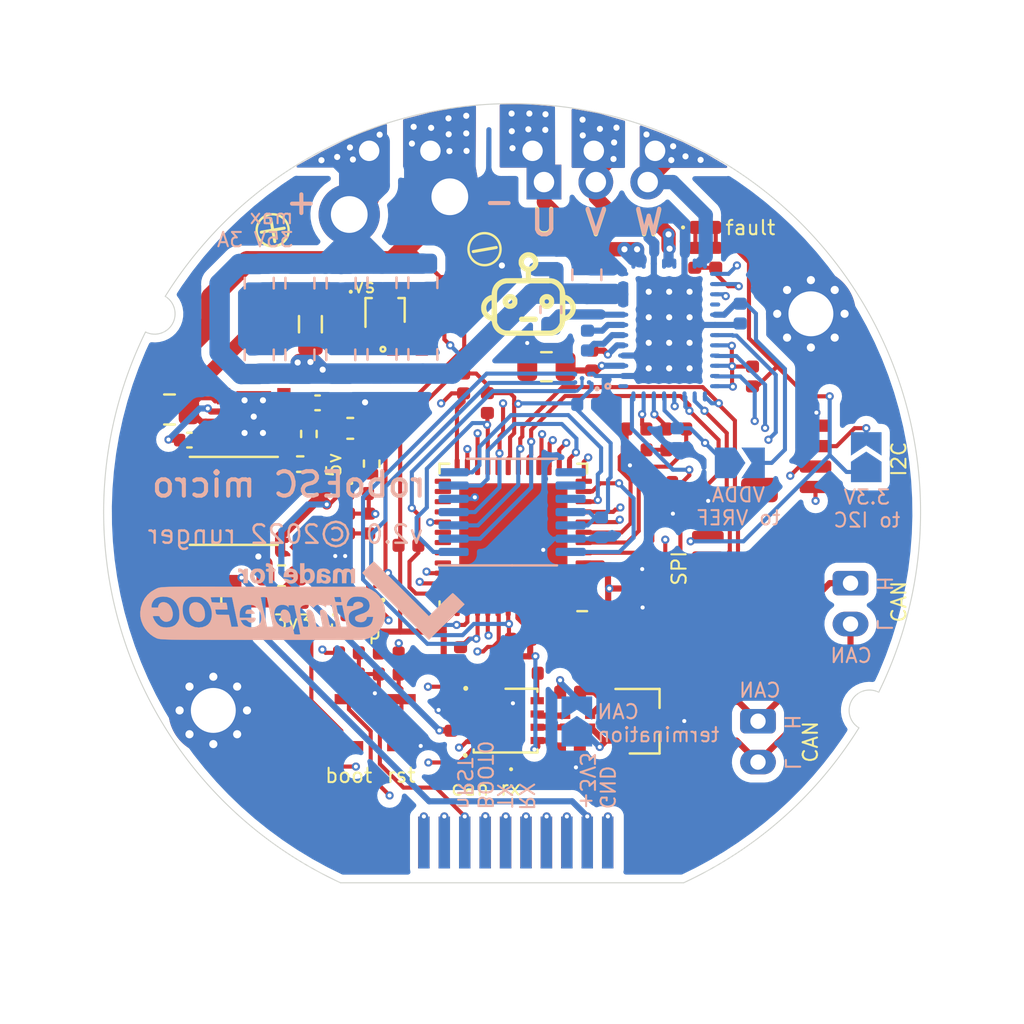
<source format=kicad_pcb>
(kicad_pcb (version 20211014) (generator pcbnew)
  (layers (0 "F.Cu" signal) (1 "In1.Cu" signal) (2 "In2.Cu" signal) (31 "B.Cu" signal) (34 "B.Paste" user) (35 "F.Paste" user) (36 "B.SilkS" user "B.Silkscreen") (37 "F.SilkS" user "F.Silkscreen") (38 "B.Mask" user) (39 "F.Mask" user) (44 "Edge.Cuts" user))
  (net 0 "")
  (net 1 "VDD")
  (net 2 "GND")
  (net 3 "VS")
  (net 4 "/VBAT")
  (net 5 "Net-(C14-Pad1)")
  (net 6 "/nRST")
  (net 7 "/BOOT0")
  (net 8 "+5VD")
  (net 9 "+3V3")
  (net 10 "/DRV8316/VDDA")
  (net 11 "/VREF1")
  (net 12 "VSS")
  (net 13 "/nSLEEP1")
  (net 14 "/AOUT_W1")
  (net 15 "/AOUT_V1")
  (net 16 "/DRV8316/CP")
  (net 17 "/DRV8316/CPL")
  (net 18 "/DRV8316/CPH")
  (net 19 "/AOUT_U1")
  (net 20 "Net-(D1-Pad1)")
  (net 21 "Net-(D2-Pad1)")
  (net 22 "Net-(D3-Pad2)")
  (net 23 "Net-(D3-Pad1)")
  (net 24 "Net-(D4-Pad1)")
  (net 25 "Net-(D5-Pad2)")
  (net 26 "Net-(D5-Pad1)")
  (net 27 "Net-(D6-Pad1)")
  (net 28 "/CANH")
  (net 29 "/CANL")
  (net 30 "Net-(D9-Pad1)")
  (net 31 "Net-(FL1-Pad2)")
  (net 32 "Net-(FL1-Pad1)")
  (net 33 "/TX1")
  (net 34 "/RX1")
  (net 35 "/nCS3")
  (net 36 "/SCLK")
  (net 37 "/MISO")
  (net 38 "/MOSI")
  (net 39 "/SCL1")
  (net 40 "/SDA1")
  (net 41 "Net-(J8-Pad2)")
  (net 42 "/PHASE_U1")
  (net 43 "/PHASE_V1")
  (net 44 "/PHASE_W1")
  (net 45 "Net-(JP2-Pad2)")
  (net 46 "Net-(Q2-Pad2)")
  (net 47 "/nOTEVENT")
  (net 48 "/CANRX")
  (net 49 "/IN_UL1")
  (net 50 "/nCAN_EN")
  (net 51 "/nFAULT1")
  (net 52 "/nCS1")
  (net 53 "/DRV8316/SW_BK")
  (net 54 "Net-(R26-Pad2)")
  (net 55 "Net-(R27-Pad2)")
  (net 56 "Net-(R28-Pad2)")
  (net 57 "/CANTX")
  (net 58 "/IN_WH1")
  (net 59 "/IN_VH1")
  (net 60 "/IN_UH1")
  (net 61 "Net-(C15-Pad1)")
  (net 62 "/DRVOFF1")
  (net 63 "Net-(C15-Pad2)")
  (net 64 "Net-(C16-Pad2)")
  (net 65 "unconnected-(J3-Pad3)")
  (net 66 "unconnected-(J3-Pad4)")
  (net 67 "unconnected-(J3-Pad9)")
  (net 68 "/nCS2")
  (net 69 "unconnected-(J3-Pad10)")
  (net 70 "Net-(R11-Pad2)")
  (net 73 "/Buck_MAX20076/BUCK_PGOOD")
  (net 76 "/ABI_A")
  (net 77 "/ABI_I")
  (net 78 "/ABI_B")
  (net 80 "/IO1")
  (footprint "Capacitor_SMD:C_0402_1005Metric" (layer "F.Cu") (at 105.18 102.78 180)
    (fp_text reference "C1")
    (fp_text value "100nF 6.3V")
  )
  (footprint "Capacitor_SMD:C_0402_1005Metric" (layer "F.Cu") (at 105.19 104.68 180)
    (fp_text reference "C3")
    (fp_text value "10uF 10V")
  )
  (footprint "Capacitor_SMD:C_0402_1005Metric" (layer "F.Cu") (at 93.96 107.93)
    (fp_text reference "C18")
    (fp_text value "100nF 6.3V")
  )
  (footprint "Capacitor_SMD:C_0402_1005Metric" (layer "F.Cu") (at 92.01 107.93 180)
    (fp_text reference "C19")
    (fp_text value "100nF 6.3V")
  )
  (footprint "Capacitor_SMD:C_0402_1005Metric" (layer "F.Cu") (at 97.01 110.22 90)
    (fp_text reference "C23")
    (fp_text value "100nF 6.3V")
  )
  (footprint "Capacitor_SMD:C_0402_1005Metric" (layer "F.Cu") (at 102.83 111.6)
    (fp_text reference "C24")
    (fp_text value "100nF 6.3V")
  )
  (footprint "Capacitor_SMD:C_0805_2012Metric" (layer "F.Cu") (at 101.68 92.88 180)
    (fp_text reference "C29")
    (fp_text value "22uF 16V")
  )
  (footprint "Capacitor_SMD:C_0402_1005Metric" (layer "F.Cu") (at 91.99 100.56 -90)
    (fp_text reference "C30")
    (fp_text value "1nF 16V")
  )
  (footprint "Capacitor_SMD:C_0402_1005Metric" (layer "F.Cu") (at 108.04 96.95 180)
    (fp_text reference "C31")
    (fp_text value "22pF 50V 1%")
  )
  (footprint "Capacitor_SMD:C_0402_1005Metric" (layer "F.Cu") (at 106.1 96.95)
    (fp_text reference "C32")
    (fp_text value "22pF 50V 1%")
  )
  (footprint "Capacitor_SMD:C_0402_1005Metric" (layer "F.Cu") (at 107.35 99.55)
    (fp_text reference "C35")
    (fp_text value "22pF 50V 1%")
  )
  (footprint "Capacitor_SMD:C_0402_1005Metric" (layer "F.Cu") (at 84.52 105.24)
    (fp_text reference "C40")
    (fp_text value "1uF 6.3V")
  )
  (footprint "Capacitor_SMD:C_0402_1005Metric" (layer "F.Cu") (at 85 103.76 -90)
    (fp_text reference "C41")
    (fp_text value "100nF 6.3V")
  )
  (footprint "Capacitor_SMD:C_0402_1005Metric" (layer "F.Cu") (at 84 103.76 -90)
    (fp_text reference "C42")
    (fp_text value "10nF 6.3V")
  )
  (footprint "LED_SMD:LED_0402_1005Metric" (layer "F.Cu") (at 92.1 90.3 -90)
    (fp_text reference "D1")
    (fp_text value "green")
  )
  (footprint "Diode_SMD:D_SOD-523" (layer "F.Cu") (at 94.88 91.99)
    (fp_text reference "D2")
    (fp_text value "2.84V")
  )
  (footprint "LED_SMD:LED_0402_1005Metric" (layer "F.Cu") (at 98.86 112.59 180)
    (fp_text reference "D3")
    (fp_text value "blue")
  )
  (footprint "LED_SMD:LED_0402_1005Metric" (layer "F.Cu") (at 89.26 104.42 180)
    (fp_text reference "D6")
    (fp_text value "green")
  )
  (footprint "Package_TO_SOT_SMD:SOT-23" (layer "F.Cu") (at 106.46 110.24)
    (fp_text reference "D7")
    (fp_text value "CPDT-12V")
  )
  (footprint "LED_SMD:LED_0402_1005Metric" (layer "F.Cu") (at 109.46 86.06)
    (fp_text reference "D9")
    (fp_text value "red")
  )
  (footprint "Inductor_SMD:L_0603_1608Metric" (layer "F.Cu") (at 86.27 104.3 -90)
    (fp_text reference "FB2")
    (fp_text value "380Ω@100Mhz")
  )
  (footprint "runger:CMC_Filter_0504" (layer "F.Cu") (at 103.21 110.24 -90)
    (fp_text reference "FL1")
    (fp_text value "CMC")
  )
  (footprint "MountingHole:MountingHole_2.2mm_M2_Pad_Via" (layer "F.Cu") (at 85.37 109.71)
    (fp_text reference "H1")
    (fp_text value "3mm")
  )
  (footprint "MountingHole:MountingHole_2.2mm_M2_Pad_Via" (layer "F.Cu") (at 114.63 90.29)
    (fp_text reference "H2")
    (fp_text value "3mm")
  )
  (footprint "runger:SAMTEC_SEI-110_Mating" (layer "F.Cu") (at 100.18 116.18 180)
    (fp_text reference "J3")
    (fp_text value "Conn_01x10")
  )
  (footprint "Connector_JST:JST_PH_B2B-PH-K_1x02_P2.00mm_Vertical" (layer "F.Cu") (at 112.04 110.24 -90)
    (fp_text reference "J6")
    (fp_text value "CAN1")
  )
  (footprint "Connector_JST:JST_PH_B2B-PH-K_1x02_P2.00mm_Vertical" (layer "F.Cu") (at 116.57 103.48 -90)
    (fp_text reference "J7")
    (fp_text value "CAN2")
  )
  (footprint "Connector_JST:JST_SH_BM04B-SRSS-TB_1x04-1MP_P1.00mm_Vertical" (layer "F.Cu") (at 116.18 97.27 -90)
    (fp_text reference "J8")
    (fp_text value "Conn_01x04")
  )
  (footprint "Connector_PinHeader_2.54mm:PinHeader_1x03_P2.54mm_Vertical" (layer "F.Cu") (at 101.56 83.84 90)
    (fp_text reference "J7_1")
    (fp_text value "Phase_Pads")
  )
  (footprint "Package_TO_SOT_SMD:SOT-416" (layer "F.Cu") (at 93.78 90.03 90)
    (fp_text reference "Q2")
    (fp_text value "BC847BTT1G")
  )
  (footprint "runger:FemtoFET_0.7x0.6_YJN3" (layer "F.Cu") (at 97.22 112.44)
    (fp_text reference "Q6")
    (fp_text value "CSD25501F3")
  )
  (footprint "Resistor_SMD:R_0402_1005Metric" (layer "F.Cu") (at 95.47 90.3 90)
    (fp_text reference "R2")
    (fp_text value "200Ω")
  )
  (footprint "Resistor_SMD:R_0402_1005Metric" (layer "F.Cu") (at 92.64 91.76 180)
    (fp_text reference "R3")
    (fp_text value "10k")
  )
  (footprint "Resistor_SMD:R_0402_1005Metric" (layer "F.Cu") (at 92.46 99.09 180)
    (fp_text reference "R4")
    (fp_text value "5.1k")
  )
  (footprint "Resistor_SMD:R_0402_1005Metric" (layer "F.Cu") (at 92.98 100.56 90)
    (fp_text reference "R5")
    (fp_text value "10k")
  )
  (footprint "Resistor_SMD:R_0402_1005Metric" (layer "F.Cu") (at 97.17 90.74 180)
    (fp_text reference "R6")
    (fp_text value "47k 1%")
  )
  (footprint "Resistor_SMD:R_0402_1005Metric" (layer "F.Cu") (at 111.77 93.36 -90)
    (fp_text reference "R9")
    (fp_text value "5.1k")
  )
  (footprint "Resistor_SMD:R_0402_1005Metric" (layer "F.Cu") (at 92.01 106.89)
    (fp_text reference "R12")
    (fp_text value "18k")
  )
  (footprint "Resistor_SMD:R_0402_1005Metric" (layer "F.Cu") (at 93.96 106.9 180)
    (fp_text reference "R13")
    (fp_text value "5.1k")
  )
  (footprint "Resistor_SMD:R_0402_1005Metric" (layer "F.Cu") (at 101.05 112.6)
    (fp_text reference "R14")
    (fp_text value "330Ω")
  )
  (footprint "Resistor_SMD:R_0402_1005Metric" (layer "F.Cu") (at 90.77 103.07 -90)
    (fp_text reference "R17")
    (fp_text value "1k")
  )
  (footprint "Resistor_SMD:R_0402_1005Metric" (layer "F.Cu") (at 102.84 108.82 180)
    (fp_text reference "R19")
    (fp_text value "120Ω 1%")
  )
  (footprint "Resistor_SMD:R_0402_1005Metric" (layer "F.Cu") (at 100.77 107.89)
    (fp_text reference "R20")
    (fp_text value "5.1k")
  )
  (footprint "Resistor_SMD:R_0402_1005Metric" (layer "F.Cu") (at 109.97 87.545 -90)
    (fp_text reference "R21")
    (fp_text value "5.1k")
  )
  (footprint "Resistor_SMD:R_0402_1005Metric" (layer "F.Cu") (at 108.94 87.55 90)
    (fp_text reference "R22")
    (fp_text value "100Ω")
  )
  (footprint "Resistor_SMD:R_0402_1005Metric" (layer "F.Cu") (at 97.625 93.7 -90)
    (fp_text reference "R23")
    (fp_text value "5.1k")
  )
  (footprint "Resistor_SMD:R_0402_1005Metric" (layer "F.Cu") (at 103.9 92.58 -90)
    (fp_text reference "R24")
    (fp_text value "22Ω")
  )
  (footprint "Resistor_SMD:R_0402_1005Metric" (layer "F.Cu") (at 108.04 95.93 180)
    (fp_text reference "R26")
    (fp_text value "330Ω")
  )
  (footprint "Resistor_SMD:R_0402_1005Metric" (layer "F.Cu") (at 106.09 95.93)
    (fp_text reference "R27")
    (fp_text value "330Ω")
  )
  (footprint "Resistor_SMD:R_0402_1005Metric" (layer "F.Cu") (at 107.35 98.55)
    (fp_text reference "R28")
    (fp_text value "330Ω")
  )
  (footprint "runger:NANOT240" (layer "F.Cu") (at 94.58 110.31 90)
    (fp_text reference "SW1")
    (fp_text value "SW_Push")
  )
  (footprint "runger:NANOT240" (layer "F.Cu") (at 92.01 110.31 90)
    (fp_text reference "SW2")
    (fp_text value "SW_Push")
  )
  (footprint "Package_DFN_QFN:DFN-8-1EP_3x3mm_P0.65mm_EP1.55x2.4mm" (layer "F.Cu") (at 99.68 110.21)
    (fp_text reference "U3")
    (fp_text value "TJA1051TK/3")
  )
  (footprint "Package_DFN_QFN:QFN-48-1EP_7x7mm_P0.5mm_EP5.3x5.3mm" (layer "F.Cu") (at 100.06 101.24 180)
    (fp_text reference "U6")
    (fp_text value "ESP32-PICO-D4")
  )
  (footprint "runger:TDFN-4-1EP_1x1mm_P0.65mm_EP0.5x0.5mm" (layer "F.Cu") (at 89.43 101.71 90)
    (fp_text reference "U2")
    (fp_text value "MIC5524-3.3YMT-T5")
  )
  (footprint "Capacitor_SMD:C_0603_1608Metric" (layer "F.Cu") (at 88.71 103.12 180)
    (fp_text reference "C17")
    (fp_text value "2.2uF 10V")
  )
  (footprint "Resistor_SMD:R_0402_1005Metric" (layer "F.Cu") (at 98.79 94.66 90)
    (fp_text reference "R1")
    (fp_text value "5.1k")
  )
  (footprint "Resistor_SMD:R_0402_1005Metric" (layer "F.Cu") (at 106.2 103.74 180)
    (fp_text reference "R10")
    (fp_text value "5.1k")
  )
  (footprint "runger:Motor_Power_Pads_CircleEdge40mm" (layer "F.Cu") (at 100 100)
    (fp_text reference "J5")
    (fp_text value "Conn_01x05")
  )
  (footprint "Connector_AMASS:AMASS_XT30UPB-M_1x02_P5.0mm_Vertical" (layer "F.Cu") (at 96.95 84.56 -170)
    (fp_text reference "J1")
    (fp_text value "PWR_IN")
  )
  (footprint "Resistor_SMD:R_0402_1005Metric" (layer "F.Cu") (at 97.18 88.71)
    (fp_text reference "R7")
    (fp_text value "2.2k 1%")
  )
  (footprint "Capacitor_SMD:C_0402_1005Metric" (layer "F.Cu") (at 97.18 89.73 180)
    (fp_text reference "C13")
    (fp_text value "100nF 50V 5%")
  )
  (footprint "runger:Robo_logo2" (layer "F.Cu") (at 100.8 89.32)
    (fp_text reference "G***" hide)
    (fp_text value "LOGO" hide)
  )
  (footprint "Connector_JST:JST_SH_BM06B-SRSS-TB_1x06-1MP_P1.00mm_Vertical" (layer "F.Cu") (at 110.91 102.72 -90)
    (fp_text reference "J4")
    (fp_text value "SPI1")
  )
  (footprint "Resistor_SMD:R_0402_1005Metric" (layer "F.Cu") (at 97.475 107.1 90)
    (fp_text reference "R29")
    (fp_text value "4k7")
  )
  (footprint "LED_SMD:LED_0402_1005Metric" (layer "F.Cu") (at 92.375 105.025)
    (fp_text reference "D5")
    (fp_text value "yellow")
  )
  (footprint "Resistor_SMD:R_0402_1005Metric" (layer "F.Cu") (at 94.925 101.625 180)
    (fp_text reference "R18")
    (fp_text value "5.1k")
  )
  (footprint "runger:FemtoFET_0.7x0.6_YJN3" (layer "F.Cu") (at 93.15 103.825 -90)
    (fp_text reference "Q4")
    (fp_text value "CSD25501F3")
  )
  (footprint "Resistor_SMD:R_0402_1005Metric" (layer "F.Cu") (at 91.925 103.45 90)
    (fp_text reference "R16")
    (fp_text value "330Ω")
  )
  (footprint "Resistor_SMD:R_0402_1005Metric" (layer "F.Cu") (at 100.425 106.225 180)
    (fp_text reference "R25")
    (fp_text value "4k7")
  )
  (footprint "Resistor_SMD:R_0402_1005Metric" (layer "F.Cu") (at 93.125 97.625 -90)
    (fp_text reference "R8")
    (fp_text value "2k2")
  )
  (footprint "Capacitor_SMD:C_0402_1005Metric" (layer "F.Cu") (at 84.2 96.475 180)
    (fp_text reference "C15")
    (fp_text value "100nF 50V 5%")
  )
  (footprint "Resistor_SMD:R_0402_1005Metric" (layer "F.Cu") (at 90.05 96.175 -90)
    (fp_text reference "R11")
    (fp_text value "200k 1%")
  )
  (footprint "Resistor_SMD:R_0402_1005Metric" (layer "F.Cu") (at 89.625 97.65 180)
    (fp_text reference "R15")
    (fp_text value "47k 1%")
  )
  (footprint "Capacitor_SMD:C_0805_2012Metric" (layer "F.Cu") (at 83.225 94.975 180)
    (fp_text reference "C14")
    (fp_text value "4.7uF 50V")
  )
  (footprint "Inductor_SMD:L_0805_2012Metric" (layer "F.Cu") (at 90.125 90.8 90)
    (fp_text reference "FB1")
    (fp_text value "180Ω@100Mhz")
  )
  (footprint "runger:DFN-12-1EP_3x3mm_P0.5mm_EP1.7x2.5mm" (layer "F.Cu") (at 87.35 95.325)
    (fp_text reference "U1")
    (fp_text value "MAX20076")
  )
  (footprint "Capacitor_SMD:C_0402_1005Metric" (layer "F.Cu") (at 90.475 94.65 180)
    (fp_text reference "C16")
    (fp_text value "1uF 50V")
  )
  (footprint "Inductor_SMD:L_Coilcraft_XxL4030" (layer "F.Cu") (at 86.375 99.45)
    (fp_text reference "L1")
    (fp_text value "4.7uH")
  )
  (footprint "Capacitor_SMD:C_0603_1608Metric" (layer "F.Cu") (at 92.075 95.9)
    (fp_text reference "C20")
    (fp_text value "22uF 16V")
  )
  (footprint "LED_SMD:LED_0402_1005Metric" (layer "F.Cu") (at 92.125 97.625 90)
    (fp_text reference "D4")
    (fp_text value "green")
  )
  (footprint "Capacitor_SMD:C_0805_2012Metric" (layer "B.Cu") (at 95.63 88.77 -90)
    (fp_text reference "C2")
    (fp_text value "10uF 50V")
  )
  (footprint "Capacitor_SMD:C_0805_2012Metric" (layer "B.Cu") (at 89.61 88.79 -90)
    (fp_text reference "C4")
    (fp_text value "10uF 50V")
  )
  (footprint "Capacitor_SMD:C_0805_2012Metric" (layer "B.Cu") (at 93.63 88.77 -90)
    (fp_text reference "C5")
    (fp_text value "10uF 50V")
  )
  (footprint "Capacitor_SMD:C_0805_2012Metric" (layer "B.Cu") (at 89.61 92.3 90)
    (fp_text reference "C6")
    (fp_text value "10uF 50V")
  )
  (footprint "Capacitor_SMD:C_0805_2012Metric" (layer "B.Cu") (at 87.62 92.3 90)
    (fp_text reference "C7")
    (fp_text value "10uF 50V")
  )
  (footprint "Capacitor_SMD:C_0805_2012Metric" (layer "B.Cu") (at 95.63 92.28 90)
    (fp_text reference "C8")
    (fp_text value "10uF 50V")
  )
  (footprint "Capacitor_SMD:C_0805_2012Metric" (layer "B.Cu") (at 93.63 92.28 90)
    (fp_text reference "C9")
    (fp_text value "10uF 50V")
  )
  (footprint "Capacitor_SMD:C_0805_2012Metric" (layer "B.Cu") (at 87.62 88.79 -90)
    (fp_text reference "C10")
    (fp_text value "10uF 50V")
  )
  (footprint "Capacitor_SMD:C_0805_2012Metric" (layer "B.Cu") (at 91.61 92.3 90)
    (fp_text reference "C11")
    (fp_text value "10uF 50V")
  )
  (footprint "Capacitor_SMD:C_0805_2012Metric" (layer "B.Cu") (at 91.63 88.79 -90)
    (fp_text reference "C12")
    (fp_text value "10uF 50V")
  )
  (footprint "Capacitor_SMD:C_0402_1005Metric" (layer "B.Cu") (at 111.17 90.28 -90)
    (fp_text reference "C27")
    (fp_text value "1uF 16V X7R")
  )
  (footprint "Capacitor_SMD:C_0402_1005Metric" (layer "B.Cu") (at 108.08 96.38 -90)
    (fp_text reference "C28")
    (fp_text value "100nF 6.3V")
  )
  (footprint "Capacitor_SMD:C_0603_1608Metric" (layer "B.Cu") (at 101.9 90.09 -90)
    (fp_text reference "C33")
    (fp_text value "1uF 16V X7R")
  )
  (footprint "Capacitor_SMD:C_0402_1005Metric" (layer "B.Cu") (at 103.69 91.6 -90)
    (fp_text reference "C34")
    (fp_text value "47nF 50V X7R")
  )
  (footprint "Capacitor_SMD:C_0402_1005Metric" (layer "B.Cu") (at 101.17 87.62 90)
    (fp_text reference "C36")
    (fp_text value "100nF 50V 5%")
  )
  (footprint "Capacitor_SMD:C_0402_1005Metric" (layer "B.Cu") (at 102.17 87.63 90)
    (fp_text reference "C37")
    (fp_text value "100nF 50V 5%")
  )
  (footprint "Capacitor_SMD:C_0805_2012Metric" (layer "B.Cu") (at 103.66 88.38 90)
    (fp_text reference "C38")
    (fp_text value "10uF 50V")
  )
  (footprint "Capacitor_SMD:C_0402_1005Metric" (layer "B.Cu") (at 104.375 100.75 90)
    (fp_text reference "C39")
    (fp_text value "1uF 6.3V")
  )
  (footprint "Jumper:SolderJumper-2_P1.3mm_Open_TrianglePad1.0x1.5mm" (layer "B.Cu") (at 103.17 110.25 90)
    (fp_text reference "JP2")
    (fp_text value "CAN Termination")
  )
  (footprint "Jumper:SolderJumper-2_P1.3mm_Open_TrianglePad1.0x1.5mm" (layer "B.Cu") (at 111.15 97.59)
    (fp_text reference "JP3")
    (fp_text value "VSS2VDD")
  )
  (footprint "Jumper:SolderJumper-2_P1.3mm_Open_TrianglePad1.0x1.5mm" (layer "B.Cu") (at 117.34 97.31 90)
    (fp_text reference "JP4")
    (fp_text value "SolderJumper_2_Open")
  )
  (footprint "runger:vQFN-40_EP_5x7_Pitch0.5mm" (layer "B.Cu") (at 107.69 91.085)
    (fp_text reference "U5")
    (fp_text value "DRV8316")
  )
  (footprint "runger:SAMTEC_SEI-110_Mating" (layer "B.Cu") (at 100.18 116.18 180)
    (fp_text reference "J3")
    (fp_text value "Conn_01x10")
  )
  (footprint "runger:MadeForSimpleFOC_16mm" (layer "B.Cu") (at 89.725 104.325 180)
    (fp_text reference "G***" hide)
    (fp_text value "LOGO" hide)
  )
  (footprint "Package_BGA:Texas_DSBGA-5_0.822x1.116mm_Layout2x1x2_P0.4mm" (layer "B.Cu") (at 103.425 93.45 90)
    (fp_text reference "U4")
    (fp_text value "AT30TS74-U1FMCB-T")
  )
  (footprint "Capacitor_SMD:C_0402_1005Metric" (layer "B.Cu") (at 103.675 94.725 180)
    (fp_text reference "C26")
    (fp_text value "10nF 6.3V")
  )
  (footprint "Package_SO:TSSOP-14_4.4x5mm_P0.65mm" (layer "B.Cu") (at 100 100)
    (fp_text reference "U7")
    (fp_text value "AS5047P")
  )
  (gr_circle (center 93.675 92.025) (end 93.725 92.05) (layer "F.SilkS") (width 0.12) (fill none))
  (gr_circle (center 97.73 108.63) (end 97.79 108.65) (layer "F.SilkS") (width 0.12) (fill none))
  (gr_circle (center 88.275 86.2) (end 89 86.5) (layer "F.SilkS") (width 0.12) (fill none))
  (gr_circle (center 98.65 87.125) (end 99.375 87.425) (layer "F.SilkS") (width 0.12) (fill none))
  (gr_line (start 91.599871 118.15028) (end 108.399999 118.149999) (layer "Edge.Cuts") (width 0.05))
  (gr_arc (start 91.599871 118.15028) (mid 81.147114 106.675592) (end 82.050002 91.18) (layer "Edge.Cuts") (width 0.05))
  (gr_arc (start 83.015886 89.436502) (mid 83.372371 90.773287) (end 82.050001 91.179999) (layer "Edge.Cuts") (width 0.05))
  (gr_arc (start 116.982719 110.562655) (mid 116.628023 109.225999) (end 117.95 108.82) (layer "Edge.Cuts") (width 0.05))
  (gr_arc (start 116.982702 110.562684) (mid 113.246215 114.984) (end 108.399999 118.149999) (layer "Edge.Cuts") (width 0.05))
  (gr_arc (start 83.015886 89.436502) (mid 109.70321 82.510926) (end 117.95 108.82) (layer "Edge.Cuts") (width 0.05))
  (gr_text "U" (at 101.57 85.85) (layer "B.SilkS") (effects (font (size 1.2 1.2) (thickness 0.2))))
  (gr_text "V" (at 104.1 85.8) (layer "B.SilkS") (effects (font (size 1.2 1.2) (thickness 0.2))))
  (gr_text "W" (at 106.69 85.8) (layer "B.SilkS") (effects (font (size 1.2 1.2) (thickness 0.2))))
  (gr_text "-" (at 99.37 84.78) (layer "B.SilkS") (effects (font (size 1.2 1.2) (thickness 0.2)) (justify mirror)))
  (gr_text "VDDA\nto VREF" (at 111.08 99.72) (layer "B.SilkS") (effects (font (size 0.7 0.7) (thickness 0.1)) (justify mirror)))
  (gr_text "max\n35V 3A" (at 89.35 86.1) (layer "B.SilkS") (effects (font (size 0.7 0.7) (thickness 0.1)) (justify left mirror)))
  (gr_text "GND" (at 104.65 112.35 270) (layer "B.SilkS") (effects (font (size 0.7 0.7) (thickness 0.1)) (justify right mirror)))
  (gr_text "+3V3" (at 103.675 111.7 270) (layer "B.SilkS") (effects (font (size 0.7 0.7) (thickness 0.1)) (justify right mirror)))
  (gr_text "RX" (at 100.7 113.175 270) (layer "B.SilkS") (effects (font (size 0.7 0.7) (thickness 0.1)) (justify right mirror)))
  (gr_text "TX" (at 99.625 113.225 270) (layer "B.SilkS") (effects (font (size 0.7 0.7) (thickness 0.1)) (justify right mirror)))
  (gr_text "BOOT0" (at 98.675 111.125 270) (layer "B.SilkS") (effects (font (size 0.7 0.7) (thickness 0.1)) (justify right mirror)))
  (gr_text "nRST" (at 97.675 111.95 270) (layer "B.SilkS") (effects (font (size 0.7 0.7) (thickness 0.1)) (justify right mirror)))
  (gr_text "H" (at 113.7 109.85 -90) (layer "B.SilkS") (effects (font (size 0.7 0.7) (thickness 0.1)) (justify right mirror)))
  (gr_text "3.3V\nto I2C" (at 117.37 99.83) (layer "B.SilkS") (effects (font (size 0.7 0.7) (thickness 0.1)) (justify mirror)))
  (gr_text "CAN" (at 111.05 108.725) (layer "B.SilkS") (effects (font (size 0.7 0.7) (thickness 0.1)) (justify right mirror)))
  (gr_text "CAN" (at 116.6 107.025) (layer "B.SilkS") (effects (font (size 0.7 0.7) (thickness 0.1)) (justify mirror)))
  (gr_text "roboESC micro" (at 89.07 98.65) (layer "B.SilkS") (effects (font (size 1.2 1.2) (thickness 0.2)) (justify mirror)))
  (gr_text "CAN\ntermination" (at 104.11 110.34) (layer "B.SilkS") (effects (font (size 0.7 0.7) (thickness 0.1)) (justify right mirror)))
  (gr_text "+" (at 89.68 84.81) (layer "B.SilkS") (effects (font (size 1.2 1.2) (thickness 0.2)) (justify mirror)))
  (gr_text "L" (at 113.725 112 270) (layer "B.SilkS") (effects (font (size 0.7 0.7) (thickness 0.1)) (justify right mirror)))
  (gr_text "v2.0 ©2022 runger" (at 88.907143 101.09) (layer "B.SilkS") (effects (font (size 0.9 0.9) (thickness 0.12)) (justify mirror)))
  (gr_text "L" (at 118.225 105.2 270) (layer "B.SilkS") (effects (font (size 0.7 0.7) (thickness 0.1)) (justify right mirror)))
  (gr_text "H" (at 118.225 103.075 -90) (layer "B.SilkS") (effects (font (size 0.7 0.7) (thickness 0.1)) (justify right mirror)))
  (gr_text "V" (at 104.1 85.85) (layer "F.SilkS") (effects (font (size 1.2 1.2) (thickness 0.2)) (justify mirror)))
  (gr_text "W" (at 106.69 85.85) (layer "F.SilkS") (effects (font (size 1.2 1.2) (thickness 0.2)) (justify mirror)))
  (gr_text "CAN" (at 114.61 110.17 90) (layer "F.SilkS") (effects (font (size 0.7 0.7) (thickness 0.1)) (justify right)))
  (gr_text "CAN" (at 118.94 104.39 90) (layer "F.SilkS") (effects (font (size 0.7 0.7) (thickness 0.1))))
  (gr_text "I2C" (at 118.94 96.49 90) (layer "F.SilkS") (effects (font (size 0.7 0.7) (thickness 0.1)) (justify right)))
  (gr_text "vs" (at 93.39 88.92) (layer "F.SilkS") (effects (font (size 0.7 0.7) (thickness 0.1)) (justify right)))
  (gr_text "5v" (at 91.275 97.025 90) (layer "F.SilkS") (effects (font (size 0.7 0.7) (thickness 0.1)) (justify right)))
  (gr_text "3v3" (at 90.27 105.39) (layer "F.SilkS") (effects (font (size 0.7 0.7) (thickness 0.1)) (justify right)))
  (gr_text "fault" (at 112.95 86.075) (layer "F.SilkS") (effects (font (size 0.7 0.7) (thickness 0.1)) (justify right)))
  (gr_text "can rx" (at 100.48 113.52) (layer "F.SilkS") (effects (font (size 0.7 0.7) (thickness 0.1)) (justify right)))
  (gr_text "SPI" (at 108.18 102.75 90) (layer "F.SilkS") (effects (font (size 0.7 0.7) (thickness 0.1))))
  (gr_text "rst" (at 94.57 112.89) (layer "F.SilkS") (effects (font (size 0.7 0.7) (thickness 0.1))))
  (gr_text "boot" (at 92 112.9) (layer "F.SilkS") (effects (font (size 0.7 0.7) (thickness 0.1))))
  (gr_text "temp" (at 93.65 105.875) (layer "F.SilkS") (effects (font (size 0.7 0.7) (thickness 0.1)) (justify right)))
  (gr_text "U" (at 101.57 85.8) (layer "F.SilkS") (effects (font (size 1.2 1.2) (thickness 0.2)) (justify mirror)))
  (segment (start 97.16 93.215) (end 94.52 95.855) (width 0.2) (layer "F.Cu") (net 1))
  (segment (start 109.585 101.22) (end 108.95 101.22) (width 0.2) (layer "F.Cu") (net 1))
  (segment (start 111.995 93.845) (end 112.975 92.865) (width 0.2) (layer "F.Cu") (net 1))
  (segment (start 97.625 93.215) (end 98.24 93.215) (width 0.2) (layer "F.Cu") (net 1))
  (segment (start 101.93 111.185) (end 102.345 111.6) (width 0.3) (layer "F.Cu") (net 1))
  (segment (start 96.65 105.35) (end 97.31 104.69) (width 0.3) (layer "F.Cu") (net 1))
  (segment (start 100.31 104.69) (end 100.31 105.173378) (width 0.3) (layer "F.Cu") (net 1))
  (segment (start 100.1 94.7) (end 100.1 96.134769) (width 0.2) (layer "F.Cu") (net 1))
  (segment (start 86.3775 105.0875) (end 87.14 105.85) (width 0.3) (layer "F.Cu") (net 1))
  (segment (start 101.81 104.69) (end 101.81 105.39) (width 0.3) (layer "F.Cu") (net 1))
  (segment (start 96.65 105.85) (end 96.65 105.35) (width 0.3) (layer "F.Cu") (net 1))
  (segment (start 114.44 94.33) (end 115.55 94.33) (width 0.2) (layer "F.Cu") (net 1))
  (segment (start 91.69 112.46) (end 92.35 112.46) (width 0.2) (layer "F.Cu") (net 1))
  (segment (start 98.611505 107.585) (end 99.136505 107.06) (width 0.3) (layer "F.Cu") (net 1))
  (segment (start 85.1575 105.0875) (end 85.005 105.24) (width 0.5) (layer "F.Cu") (net 1))
  (segment (start 93.35 103.6222) (end 93.345601 103.626599) (width 0.2) (layer "F.Cu") (net 1))
  (segment (start 100.3 94.7) (end 100.1 94.7) (width 0.2) (layer "F.Cu") (net 1))
  (segment (start 104.695 103.675) (end 104.76 103.74) (width 0.3) (layer "F.Cu") (net 1))
  (segment (start 93.425 103.475) (end 93.35 103.55) (width 0.2) (layer "F.Cu") (net 1))
  (segment (start 99.136505 107.06) (end 100.84 107.06) (width 0.3) (layer "F.Cu") (net 1))
  (segment (start 101.23 111.48) (end 101.09 111.62) (width 0.3) (layer "F.Cu") (net 1))
  (segment (start 109.97 87.06) (end 110.88287 87.06) (width 0.2) (layer "F.Cu") (net 1))
  (segment (start 94.52 105.85) (end 94.52 103.68) (width 0.2) (layer "F.Cu") (net 1))
  (segment (start 100.1 96.134769) (end 99.900376 96.334393) (width 0.2) (layer "F.Cu") (net 1))
  (segment (start 101.120002 107.040002) (end 101.14 107.06) (width 0.2) (layer "F.Cu") (net 1))
  (segment (start 100.885 105.61) (end 100.835 105.56) (width 0.3) (layer "F.Cu") (net 1))
  (segment (start 86.27 105.0875) (end 85.1575 105.0875) (width 0.5) (layer "F.Cu") (net 1))
  (segment (start 96.985 107.585) (end 98.611505 107.585) (width 0.3) (layer "F.Cu") (net 1))
  (segment (start 93.53 105.85) (end 94.52 105.85) (width 0.3) (layer "F.Cu") (net 1))
  (segment (start 94.52 95.855) (end 94.52 103.68) (width 0.2) (layer "F.Cu") (net 1))
  (segment (start 93.35 103.55) (end 93.35 103.6222) (width 0.2) (layer "F.Cu") (net 1))
  (segment (start 100.835 105.56) (end 101.98 105.56) (width 0.3) (layer "F.Cu") (net 1))
  (segment (start 99.900376 97.286738) (end 99.81 97.377114) (width 0.2) (layer "F.Cu") (net 1))
  (segment (start 112.975 92.865) (end 114.44 94.33) (width 0.2) (layer "F.Cu") (net 1))
  (segment (start 103.51 102.99) (end 104.485 102.99) (width 0.25) (layer "F.Cu") (net 1))
  (segment (start 91.635 111.635) (end 91.635 110.705) (width 0.2) (layer "F.Cu") (net 1))
  (segment (start 110.88287 87.06) (end 111.597782 87.774912) (width 0.2) (layer "F.Cu") (net 1))
  (segment (start 100.885 106.225) (end 100.885 107.015) (width 0.3) (layer "F.Cu") (net 1))
  (segment (start 108.95 101.22) (end 108.74 101.43) (width 0.2) (layer "F.Cu") (net 1))
  (segment (start 104.015 103.99) (end 104.705 104.68) (width 0.25) (layer "F.Cu") (net 1))
  (segment (start 99.81 97.377114) (end 99.81 97.79) (width 0.2) (layer "F.Cu") (net 1))
  (segment (start 100.885 106.225) (end 100.885 105.61) (width 0.3) (layer "F.Cu") (net 1))
  (segment (start 98.79 94.175) (end 99.905 94.175) (width 0.2) (layer "F.Cu") (net 1))
  (segment (start 90.17 105.85) (end 93.53 105.85) (width 0.3) (layer "F.Cu") (net 1))
  (segment (start 100.885 107.015) (end 100.84 107.06) (width 0.3) (layer "F.Cu") (net 1))
  (segment (start 93.825 103.475) (end 93.425 103.475) (width 0.2) (layer "F.Cu") (net 1))
  (segment (start 96.65 107.25) (end 96.985 107.585) (width 0.3) (layer "F.Cu") (net 1))
  (segment (start 85 105.235) (end 85.005 105.24) (width 0.5) (layer "F.Cu") (net 1))
  (segment (start 98.24 93.215) (end 98.79 93.765) (width 0.2) (layer "F.Cu") (net 1))
  (segment (start 85 104.245) (end 85 105.235) (width 0.5) (layer "F.Cu") (net 1))
  (segment (start 87.14 105.85) (end 90.17 105.85) (width 0.3) (layer "F.Cu") (net 1))
  (segment (start 104.76 103.74) (end 105.715 103.74) (width 0.3) (layer "F.Cu") (net 1))
  (segment (start 98.79 93.765) (end 98.79 94.175) (width 0.2) (layer "F.Cu") (net 1))
  (segment (start 104.705 104.68) (end 104.705 103.795) (width 0.3) (layer "F.Cu") (net 1))
  (segment (start 95.9 112.26) (end 97.013393 112.26) (width 0.2) (layer "F.Cu") (net 1))
  (segment (start 100.84 107.06) (end 101.14 107.06) (width 0.3) (layer "F.Cu") (net 1))
  (segment (start 109.97 87.06) (end 109.97 86.085) (width 0.2) (layer "F.Cu") (net 1))
  (segment (start 94.03 103.68) (end 93.825 103.475) (width 0.2) (layer "F.Cu") (net 1))
  (segment (start 96.65 105.85) (end 96.65 107.25) (width 0.3) (layer "F.Cu") (net 1))
  (segment (start 100.1 94.37) (end 100.1 94.7) (width 0.2) (layer "F.Cu") (net 1))
  (segment (start 111.597782 91.487782) (end 112.975 92.865) (width 0.2) (layer "F.Cu") (net 1))
  (segment (start 101.23 111.185) (end 101.23 111.48) (width 0.3) (layer "F.Cu") (net 1))
  (segment (start 97.013393 112.26) (end 97.018393 112.265) (width 0.2) (layer "F.Cu") (net 1))
  (segment (start 91.635 111.635) (end 91.635 112.405) (width 0.2) (layer "F.Cu") (net 1))
  (segment (start 103.51 102.49) (end 104.405 102.49) (width 0.25) (layer "F.Cu") (net 1))
  (segment (start 94.52 105.85) (end 96.65 105.85) (width 0.3) (layer "F.Cu") (net 1))
  (segment (start 90.17 109.24) (end 90.17 105.85) (width 0.2) (layer "F.Cu") (net 1))
  (segment (start 104.705 103.795) (end 104.76 103.74) (width 0.3) (layer "F.Cu") (net 1))
  (segment (start 103.51 103.99) (end 104.015 103.99) (width 0.25) (layer "F.Cu") (net 1))
  (segment (start 100.31 105.173378) (end 100.696622 105.56) (width 0.3) (layer "F.Cu") (net 1))
  (segment (start 99.905 94.175) (end 100.1 94.37) (width 0.2) (layer "F.Cu") (net 1))
  (segment (start 103.825 105.56) (end 104.705 104.68) (width 0.3) (layer "F.Cu") (net 1))
  (segment (start 101.23 111.185) (end 101.93 111.185) (width 0.3) (layer "F.Cu") (net 1))
  (segment (start 99.900376 96.334393) (end 99.900376 97.286738) (width 0.2) (layer "F.Cu") (net 1))
  (segment (start 100.696622 105.56) (end 100.835 105.56) (width 0.3) (layer "F.Cu") (net 1))
  (segment (start 101.81 105.39) (end 101.98 105.56) (width 0.3) (layer "F.Cu") (net 1))
  (segment (start 111.597782 87.774912) (end 111.597782 91.487782) (width 0.2) (layer "F.Cu") (net 1))
  (segment (start 91.635 112.405) (end 91.69 112.46) (width 0.2) (layer "F.Cu") (net 1))
  (segment (start 104.405 102.49) (end 104.695 102.78) (width 0.25) (layer "F.Cu") (net 1))
  (segment (start 97.625 93.215) (end 97.16 93.215) (width 0.2) (layer "F.Cu") (net 1))
  (segment (start 109.97 86.085) (end 109.945 86.06) (width 0.2) (layer "F.Cu") (net 1))
  (segment (start 94.52 103.68) (end 94.03 103.68) (width 0.2) (layer "F.Cu") (net 1))
  (segment (start 84 104.245) (end 85 104.245) (width 0.5) (layer "F.Cu") (net 1))
  (segment (start 104.695 102.78) (end 104.695 103.675) (width 0.3) (layer "F.Cu") (net 1))
  (segment (start 91.635 110.705) (end 90.17 109.24) (width 0.2) (layer "F.Cu") (net 1))
  (segment (start 86.27 105.0875) (end 86.3775 105.0875) (width 0.3) (layer "F.Cu") (net 1))
  (segment (start 104.485 102.99) (end 104.695 102.78) (width 0.25) (layer "F.Cu") (net 1))
  (segment (start 93.475 105.905) (end 93.53 105.85) (width 0.2) (layer "F.Cu") (net 1))
  (segment (start 93.475 106.9) (end 93.475 105.905) (width 0.2) (layer "F.Cu") (net 1))
  (segment (start 101.98 105.56) (end 103.825 105.56) (width 0.3) (layer "F.Cu") (net 1))
  (segment (start 111.77 93.845) (end 111.995 93.845) (width 0.2) (layer "F.Cu") (net 1))
  (via (at 104.76 103.74) (size 0.4) (drill 0.2) (layers "F.Cu" "B.Cu") (net 1))
  (via (at 100.3 94.7) (size 0.4) (drill 0.2) (layers "F.Cu" "B.Cu") (net 1))
  (via (at 92.35 112.46) (size 0.4) (drill 0.2) (layers "F.Cu" "B.Cu") (net 1))
  (via (at 101.09 111.62) (size 0.4) (drill 0.2) (layers "F.Cu" "B.Cu") (net 1))
  (via (at 108.74 101.43) (size 0.4) (drill 0.2) (layers "F.Cu" "B.Cu") (net 1))
  (via (at 95.9 112.26) (size 0.4) (drill 0.2) (layers "F.Cu" "B.Cu") (net 1))
  (via (at 101.14 107.06) (size 0.4) (drill 0.2) (layers "F.Cu" "B.Cu") (net 1))
  (via (at 115.55 94.33) (size 0.4) (drill 0.2) (layers "F.Cu" "B.Cu") (net 1))
  (segment (start 103.835502 93.714002) (end 103.77501 93.65351) (width 0.15) (layer "B.Cu") (net 1))
  (segment (start 111.33 101.43) (end 115.55 97.21) (width 0.2) (layer "B.Cu") (net 1))
  (segment (start 103.892502 93.714002) (end 103.835502 93.714002) (width 0.15) (layer "B.Cu") (net 1))
  (segment (start 102.8625 100) (end 103.775 100) (width 0.2) (layer "B.Cu") (net 1))
  (segment (start 116.375 98.035) (end 117.34 98.035) (width 0.2) (layer "B.Cu") (net 1))
  (segment (start 103.77501 93.65351) (end 103.77501 93.65) (width 0.15) (layer "B.Cu") (net 1))
  (segment (start 102.8625 100.65) (end 103.7 100.65) (width 0.2) (layer "B.Cu") (net 1))
  (segment (start 103.19 94.675) (end 100.325 94.675) (width 0.2) (layer "B.Cu") (net 1))
  (segment (start 103.7 100.65) (end 104.085 100.265) (width 0.2) (layer "B.Cu") (net 1))
  (segment (start 104.696267 99.943733) (end 104.375 100.265) (width 0.2) (layer "B.Cu") (net 1))
  (segment (start 115.55 94.33) (end 115.55 97.21) (width 0.2) (layer "B.Cu") (net 1))
  (segment (start 108.74 101.43) (end 111.33 101.43) (width 0.2) (layer "B.Cu") (net 1))
  (segment (start 101.14 111.57) (end 101.09 111.62) (width 0.2) (layer "B.Cu") (net 1))
  (segment (start 103.19 94.99) (end 104.825 96.625) (width 0.2) (layer "B.Cu") (net 1))
  (segment (start 103.775 100) (end 104.04 100.265) (width 0.2) (layer "B.Cu") (net 1))
  (segment (start 100.325 94.675) (end 100.3 94.7) (width 0.2) (layer "B.Cu") (net 1))
  (segment (start 104.696267 98.422317) (end 104.696267 99.943733) (width 0.2) (layer "B.Cu") (net 1))
  (segment (start 104.825 98.293584) (end 104.696267 98.422317) (width 0.2) (layer "B.Cu") (net 1))
  (segment (start 101.14 107.06) (end 101.14 111.57) (width 0.2) (layer "B.Cu") (net 1))
  (segment (start 103.19 94.675) (end 103.892502 93.972498) (width 0.2) (layer "B.Cu") (net 1))
  (segment (start 103.19 94.725) (end 103.19 94.99) (width 0.2) (layer "B.Cu") (net 1))
  (segment (start 103.892502 93.972498) (end 103.892502 93.714002) (width 0.2) (layer "B.Cu") (net 1))
  (segment (start 115.55 97.21) (end 116.375 98.035) (width 0.2) (layer "B.Cu") (net 1))
  (segment (start 104.825 96.625) (end 104.825 98.293584) (width 0.2) (layer "B.Cu") (net 1))
  (segment (start 104.085 100.265) (end 104.375 100.265) (width 0.2) (layer "B.Cu") (net 1))
  (segment (start 104.04 100.265) (end 104.375 100.265) (width 0.2) (layer "B.Cu") (net 1))
  (segment (start 93.475 107.93) (end 93.475 108.675) (width 0.2) (layer "F.Cu") (net 2))
  (segment (start 91.005 94.65) (end 92.15 94.65) (width 0.3) (layer "F.Cu") (net 2))
  (segment (start 108.42 110.24) (end 108.43 110.23) (width 0.2) (layer "F.Cu") (net 2))
  (segment (start 96.7 85.15) (end 94.92 86.93) (width 1) (layer "F.Cu") (net 2))
  (segment (start 88.825 96.95) (end 88.825 96.575) (width 0.2) (layer "F.Cu") (net 2))
  (segment (start 96.695 88.705) (end 94.92 86.93) (width 0.2) (layer "F.Cu") (net 2))
  (segment (start 102.315 112.6) (end 102.745 112.17) (width 0.2) (layer "F.Cu") (net 2))
  (segment (start 90.9 102.15) (end 90.77 102.02) (width 0.5) (layer "F.Cu") (net 2))
  (segment (start 100.285 109.605) (end 99.68 110.21) (width 0.3) (layer "F.Cu") (net 2))
  (segment (start 87.9225 102.5225) (end 87.9225 103.12) (width 0.7) (layer "F.Cu") (net 2))
  (segment (start 91.21 102.02) (end 91.34 102.15) (width 0.5) (layer "F.Cu") (net 2))
  (segment (start 95.525 111.45) (end 94.59 111.45) (width 0.2) (layer "F.Cu") (net 2))
  (segment (start 89.115 97.65) (end 89.115 97.24) (width 0.2) (layer "F.Cu") (net 2))
  (segment (start 96.695 89.73) (end 96.695 88.71) (width 0.2) (layer "F.Cu") (net 2))
  (segment (start 90.885 101.045) (end 90.77 101.16) (width 0.2) (layer "F.Cu") (net 2))
  (segment (start 89.97 101.385) (end 89.748588 101.163588) (width 0.2) (layer "F.Cu") (net 2))
  (segment (start 87.03 87.72) (end 85.275 89.475) (width 1) (layer "F.Cu") (net 2))
  (segment (start 107.555 96.95) (end 106.585 96.95) (width 0.2) (layer "F.Cu") (net 2))
  (segment (start 93.475 108.675) (end 93.28 108.87) (width 0.2) (layer "F.Cu") (net 2))
  (segment (start 105.665 102.78) (end 106.36 102.78) (width 0.2) (layer "F.Cu") (net 2))
  (segment (start 105.675 104.68) (end 106.38 104.68) (width 0.2) (layer "F.Cu") (net 2))
  (segment (start 91.99 101.045) (end 90.885 101.045) (width 0.2) (layer "F.Cu") (net 2))
  (segment (start 93.125 97.115) (end 93.125 96.75) (width 0.2) (layer "F.Cu") (net 2))
  (segment (start 85.575 102.175) (end 85 102.75) (width 0.5) (layer "F.Cu") (net 2))
  (segment (start 89.115 97.24) (end 88.825 96.95) (width 0.2) (layer "F.Cu") (net 2))
  (segment (start 109.585 99.465) (end 109.585 100.22) (width 0.2) (layer "F.Cu") (net 2))
  (segment (start 92.85 96.475) (end 92.85 95.9) (width 0.2) (layer "F.Cu") (net 2))
  (segment (start 90.77 102.02) (end 91.21 102.02) (width 0.5) (layer "F.Cu") (net 2))
  (segment (start 92.495 107.93) (end 93.475 107.93) (width 0.2) (layer "F.Cu") (net 2))
  (segment (start 92.5375 94.8875) (end 92.3875 94.8875) (width 0.3) (layer "F.Cu") (net 2))
  (segment (start 106.585 96.95) (end 105.825 97.71) (width 0.2) (layer "F.Cu") (net 2))
  (segment (start 83.74 105.24) (end 84.035 105.24) (width 0.5) (layer "F.Cu") (net 2))
  (segment (start 102.795 112.17) (end 103.125 112.5) (width 0.2) (layer "F.Cu") (net 2))
  (segment (start 114.855 95.175) (end 114.9 95.13) (width 0.2) (layer "F.Cu") (net 2))
  (segment (start 91.99 101.045) (end 92.98 101.045) (width 0.2) (layer "F.Cu") (net 2))
  (segment (start 92.495 106.89) (end 92.495 107.93) (width 0.2) (layer "F.Cu") (net 2))
  (segment (start 106.36 102.78) (end 106.37 102.79) (width 0.2) (layer "F.Cu") (net 2))
  (segment (start 104.68 114.91) (end 104.69 114.9) (width 0.2) (layer "F.Cu") (net 2))
  (segment (start 106.38 104.68) (end 106.39 104.67) (width 0.2) (layer "F.Cu") (net 2))
  (segment (start 90.77 102.02) (end 90.77 101.16) (width 0.5) (layer "F.Cu") (net 2))
  (segment (start 97.16 109.885) (end 98.13 109.885) (width 0.3) (layer "F.Cu") (net 2))
  (segment (start 107.873284 100.07731) (end 107.873284 99.588284) (width 0.2) (layer "F.Cu") (net 2))
  (segment (start 109.6 99.45) (end 109.585 99.465) (width 0.2) (layer "F.Cu") (net 2))
  (segment (start 92.85 95.35) (end 92.85 95.975) (width 0.3) (layer "F.Cu") (net 2))
  (segment (start 85 102.75) (end 85 103.275) (width 0.5) (layer "F.Cu") (net 2))
  (segment (start 85.275 90.75) (end 82.45 93.575) (width 1) (layer "F.Cu") (net 2))
  (segment (start 94.59 111.45) (end 94.58 111.46) (width 0.2) (layer "F.Cu") (net 2))
  (segment (start 91.925 102.965) (end 91.925 102.25) (width 0.2) (layer "F.Cu") (net 2))
  (segment (start 92.3875 94.8875) (end 92.85 95.35) (width 0.3) (layer "F.Cu") (net 2))
  (segment (start 95.64 90.785) (end 96.695 89.73) (width 0.2) (layer "F.Cu") (net 2))
  (segment (start 87.35 95.774022) (end 87.35 95.325) (width 0.3) (layer "F.Cu") (net 2))
  (segment (start 94.92 86.93) (end 94.13 87.72) (width 1) (layer "F.Cu") (net 2))
  (segment (start 95.47 90.785) (end 95.64 90.785) (width 0.2) (layer "F.Cu") (net 2))
  (segment (start 98.13 109.885) (end 99.355 109.885) (width 0.3) (layer "F.Cu") (net 2))
  (segment (start 84 103.275) (end 83.245 103.275) (width 0.5) (layer "F.Cu") (net 2))
  (segment (start 97.35 85.15) (end 96.7 85.15) (width 1) (layer "F.Cu") (net 2))
  (segment (start 99.355 109.885) (end 99.68 110.21) (width 0.3) (layer "F.Cu") (net 2))
  (segment (start 90.77 101.16) (end 90.52 100.91) (width 0.5) (layer "F.Cu") (net 2))
  (segment (start 107.873284 99.588284) (end 107.835 99.55) (width 0.2) (layer "F.Cu") (net 2))
  (segment (start 92.15 94.65) (end 92.3875 94.8875) (width 0.3) (layer "F.Cu") (net 2))
  (segment (start 100.7425 91.7225) (end 100.74 91.72) (width 0.3) (layer "F.Cu") (net 2))
  (segment (start 100.7425 92.88) (end 100.7425 91.7225) (width 0.3) (layer "F.Cu") (net 2))
  (segment (start 104.68 116.18) (end 104.68 114.91) (width 0.2) (layer "F.Cu") (net 2))
  (segment (start 89.933588 100.91) (end 89.68 101.163588) (width 0.5) (layer "F.Cu") (net 2))
  (segment (start 93.125 96.75) (end 92.85 96.475) (width 0.2) (layer "F.Cu") (net 2))
  (segment (start 90.52 100.91) (end 89.933588 100.91) (width 0.5) (layer "F.Cu") (net 2))
  (segment (start 90.77 102.585) (end 90.77 102.02) (width 0.5) (layer "F.Cu") (net 2))
  (segment (start 84 103.275) (end 85 103.275) (width 0.5) (layer "F.Cu") (net 2))
  (segment (start 87.575 102.175) (end 85.575 102.175) (width 0.5) (layer "F.Cu") (net 2))
  (segment (start 95.58 91.99) (end 95.58 90.895) (width 0.2) (layer "F.Cu") (net 2))
  (segment (start 97.01 109.735) (end 97.16 109.885) (width 0.3) (layer "F.Cu") (net 2))
  (segment (start 105.825 97.71) (end 105.77 97.71) (width 0.2) (layer "F.Cu") (net 2))
  (segment (start 89.68 101.46) (end 89.68 101.45999) (width 0.2) (layer "F.Cu") (net 2))
  (segment (start 85.275 89.475) (end 85.275 90.75) (width 1) (layer "F.Cu") (net 2))
  (segment (start 96.695 88.71) (end 96.695 88.705) (width 0.2) (layer "F.Cu") (net 2))
  (segment (start 96.95 84.56) (end 96.75 84.36) (width 1) (layer "F.Cu") (net 2))
  (segment (start 83.245 103.275) (end 83.08 103.44) (width 0.5) (layer "F.Cu") (net 2))
  (segment (start 87.575 102.175) (end 87.9225 102.5225) (width 0.7) (layer "F.Cu") (net 2))
  (segment (start 101.535 112.6) (end 102.315 112.6) (width 0.2) (layer "F.Cu") (net 2))
  (segment (start 91.925 102.25) (end 91.825 102.15) (width 0.2) (layer "F.Cu") (net 2))
  (segment (start 114.855 95.77) (end 114.855 95.175) (width 0.2) (layer "F.Cu") (net 2))
  (segment (start 89.68 101.163588) (end 89.68 101.45999) (width 0.5) (layer "F.Cu") (net 2))
  (segment (start 88.150978 96.575) (end 88.825 96.575) (width 0.3) (layer "F.Cu") (net 2))
  (segment (start 83.08 103.44) (end 83.08 104.58) (width 0.5) (layer "F.Cu") (net 2))
  (segment (start 89.748588 101.163588) (end 89.68 101.163588) (width 0.2) (layer "F.Cu") (net 2))
  (segment (start 85.875 96.575) (end 86.549022 96.575) (width 0.3) (layer "F.Cu") (net 2))
  (segment (start 102.745 112.17) (end 102.795 112.17) (width 0.2) (layer "F.Cu") (net 2))
  (segment (start 82.45 93.575) (end 82.45 94.975) (width 1) (layer "F.Cu") (net 2))
  (segment (start 91.78 102.15) (end 90.9 102.15) (width 0.5) (layer "F.Cu") (net 2))
  (segment (start 86.549022 96.575) (end 87.35 95.774022) (width 0.3) (layer "F.Cu") (net 2))
  (segment (start 94.13 87.72) (end 87.03 87.72) (width 1) (layer "F.Cu") (net 2))
  (segment (start 107.46 110.24) (end 108.42 110.24) (width 0.2) (layer "F.Cu") (net 2))
  (segment (start 96.445 109.735) (end 96.4 109.69) (width 0.2) (layer "F.Cu") (net 2))
  (segment (start 97.01 109.735) (end 96.445 109.735) (width 0.2) (layer "F.Cu") (net 2))
  (segment (start 87.35 95.774022) (end 88.150978 96.575) (width 0.3) (layer "F.Cu") (net 2))
  (segment (start 102.745 112.17) (end 103.315 111.6) (width 0.2) (layer "F.Cu") (net 2))
  (segment (start 92.8 94.625) (end 92.5375 94.8875) (width 0.3) (layer "F.Cu") (net 2))
  (segment (start 83.08 104.58) (end 83.74 105.24) (width 0.5) (layer "F.Cu") (net 2))
  (segment (start 89.43 101.71) (end 89.68 101.46) (width 0.2) (layer "F.Cu") (net 2))
  (segment (start 95.58 90.895) (end 95.47 90.785) (width 0.2) (layer "F.Cu") (net 2))
  (segment (start 96.75 84.36) (end 96.75 83.15) (width 1) (layer "F.Cu") (net 2))
  (segment (start 100.285 107.89) (end 100.285 109.605) (width 0.3) (layer "F.Cu") (net 2))
  (via (at 100.04 109.36) (size 0.4) (drill 0.2) (layers "F.Cu" "B.Cu") (net 2))
  (via (at 106.39 104.67) (size 0.4) (drill 0.2) (layers "F.Cu" "B.Cu") (net 2))
  (via (at 99.5 87.925) (size 0.6) (drill 0.3) (layers "F.Cu" "B.Cu") (net 2))
  (via (at 105.77 97.71) (size 0.4) (drill 0.2) (layers "F.Cu" "B.Cu") (net 2))
  (via (at 91.825 102.15) (size 0.4) (drill 0.2) (layers "F.Cu" "B.Cu") (net 2))
  (via (at 114.9 95.13) (size 0.4) (drill 0.2) (layers "F.Cu" "B.Cu") (net 2))
  (via (at 92.8 94.625) (size 0.6) (drill 0.3) (layers "F.Cu" "B.Cu") (net 2))
  (via (at 87.35 95.325) (size 0.6) (drill 0.3) (layers "F.Cu" "B.Cu") (net 2))
  (via (at 96.4 109.69) (size 0.4) (drill 0.2) (layers "F.Cu" "B.Cu") (net 2))
  (via (at 86.9 94.525) (size 0.6) (drill 0.3) (layers "F.Cu" "B.Cu") (net 2))
  (via (at 104.69 114.9) (size 0.4) (drill 0.2) (layers "F.Cu" "B.Cu") (net 2))
  (via (at 87.8 96.125) (size 0.6) (drill 0.3) (layers "F.Cu" "B.Cu") (net 2))
  (via (at 107.873284 100.07731) (size 0.4) (drill 0.2) (layers "F.Cu" "B.Cu") (net 2))
  (via (at 103.125 112.5) (size 0.4) (drill 0.2) (layers "F.Cu" "B.Cu") (net 2))
  (via (at 101.525 101.85) (size 0.4) (drill 0.2) (layers "F.Cu" "B.Cu") (net 2))
  (via (at 98.175 99.275) (size 0.4) (drill 0.2) (layers "F.Cu" "B.Cu") (net 2))
  (via (at 93.28 108.87) (size 0.4) (drill 0.2) (layers "F.Cu" "B.Cu") (net 2))
  (via (at 87.575 102.175) (size 0.6) (drill 0.3) (layers "F.Cu" "B.Cu") (net 2))
  (via (at 86.9 96.125) (size 0.6) (drill 0.3) (layers "F.Cu" "B.Cu") (net 2))
  (via (at 91.34 102.15) (size 0.4) (drill 0.2) (layers "F.Cu" "B.Cu") (net 2))
  (via (at 87.8 94.525) (size 0.6) (drill 0.3) (layers "F.Cu" "B.Cu") (net 2))
  (via (at 108.43 110.23) (size 0.4) (drill 0.2) (layers "F.Cu" "B.Cu") (net 2))
  (via (at 106.37 102.79) (size 0.4) (drill 0.2) (layers "F.Cu" "B.Cu") (net 2))
  (via (at 100.74 91.72) (size 0.4) (drill 0.2) (layers "F.Cu" "B.Cu") (net 2))
  (via (at 95.525 111.45) (size 0.4) (drill 0.2) (layers "F.Cu" "B.Cu") (net 2))
  (via (at 109.6 99.45) (size 0.4) (drill 0.2) (layers "F.Cu" "B.Cu") (net 2))
  (segment (start 108.44 88.96) (end 108.69 89.21) (width 0.3) (layer "B.Cu") (net 2))
  (segment (start 103.66 87.4425) (end 103.66 86.07) (width 1) (layer "B.Cu") (net 2))
  (segment (start 108.08 96.865) (end 108.08 97.04) (width 0.2) (layer "B.Cu") (net 2))
  (segment (start 108.46 86.1) (end 108.46 86.740968) (width 0.5) (layer "B.Cu") (net 2))
  (segment (start 104.49 93.335) (end 104.085 93.335) (width 0.2) (layer "B.Cu") (net 2))
  (segment (start 103.71 86.02) (end 106.68 86.02) (width 1) (layer "B.Cu") (net 2))
  (segment (start 106.87 86.02) (end 107.27 85.62) (width 0.5) (layer "B.Cu") (net 2))
  (segment (start 91.63 89.7275) (end 91.63 91.3425) (width 1) (layer "B.Cu") (net 2))
  (segment (start 106.315 93.335) (end 106.69 92.96) (width 0.3) (layer "B.Cu") (net 2))
  (segment (start 108.460011 86.740979) (end 108.460011 87.339989) (width 0.5) (layer "B.Cu") (net 2))
  (segment (start 102.8625 101.3) (end 104.31 101.3) (width 0.2) (layer "B.Cu") (net 2))
  (segment (start 96 82.31) (end 96 83.61) (width 1) (layer "B.Cu") (net 2))
  (segment (start 98.175 99.275) (end 98.1 99.35) (width 0.2) (layer "B.Cu") (net 2))
  (segment (start 106.94 87.835) (end 106.94 88.96) (width 0.3) (layer "B.Cu") (net 2))
  (segment (start 95.92 82.31) (end 95.21 83.02) (width 1) (layer "B.Cu") (net 2))
  (segment (start 104.16 94.665) (end 104.49 94.335) (width 0.2) (layer "B.Cu") (net 2))
  (segment (start 87.62 89.7275) (end 87.62 91.3625) (width 1) (layer "B.Cu") (net 2))
  (segment (start 103.3625 87.145) (end 102.17 87.145) (width 0.7) (layer "B.Cu") (net 2))
  (segment (start 106.68 86.558616) (end 106.96 86.838616) (width 0.5) (layer "B.Cu") (net 2))
  (segment (start 98.1 99.35) (end 97.1375 99.35) (width 0.2) (layer "B.Cu") (net 2))
  (segment (start 106.065 92.335) (end 106.69 92.96) (width 0.3) (layer "B.Cu") (net 2))
  (segment (start 109.94 90.835) (end 109.065 90.835) (width 0.3) (layer "B.Cu") (net 2))
  (segment (start 97.35 85.15) (end 97.35 86.93) (width 1) (layer "B.Cu") (net 2))
  (segment (start 108.44 87.36) (end 108.460011 87.339989) (width 0.3) (layer "B.Cu") (net 2))
  (segment (start 93.63 89.7075) (end 93.63 91.3425) (width 1) (layer "B.Cu") (net 2))
  (segment (start 106.94 88.96) (end 106.69 89.21) (width 0.3) (layer "B.Cu") (net 2))
  (segment (start 97.34 88.81) (end 96.4425 89.7075) (width 1) (layer "B.Cu") (net 2))
  (segment (start 105.44 92.335) (end 106.065 92.335) (width 0.3) (layer "B.Cu") (net 2))
  (segment (start 104.31 101.3) (end 104.375 101.235) (width 0.2) (layer "B.Cu") (net 2))
  (segment (start 106.96 86.838616) (end 106.96 87.28) (width 0.5) (layer "B.Cu") (net 2))
  (segment (start 111.1 90.835) (end 111.17 90.765) (width 0.3) (layer "B.Cu") (net 2))
  (segment (start 91.34 102.15) (end 91.78 102.15) (width 0.5) (layer "B.Cu") (net 2))
  (segment (start 105.44 93.335) (end 106.315 93.335) (width 0.3) (layer "B.Cu") (net 2))
  (segment (start 107.27 85.62) (end 107.98 85.62) (width 0.5) (layer "B.Cu") (net 2))
  (segment (start 103.975 93.225) (end 103.810502 93.225) (width 0.2) (layer "B.Cu") (net 2))
  (segment (start 96.95 84.56) (end 95.41 83.02) (width 1) (layer "B.Cu") (net 2))
  (segment (start 95.63 89.7075) (end 87.64 89.7075) (width 1) (layer "B.Cu") (net 2))
  (segment (start 96.4425 89.7075) (end 95.63 89.7075) (width 1) (layer "B.Cu") (net 2))
  (segment (start 91.63 91.3425) (end 91.61 91.3625) (width 1) (layer "B.Cu") (net 2))
  (segment (start 107.98 85.62) (end 108.46 86.1) (width 0.5) (layer "B.Cu") (net 2))
  (segment (start 108.44 87.835) (end 108.44 88.96) (width 0.3) (layer "B.Cu") (net 2))
  (segment (start 104.6125 87.4425) (end 105.38 88.21) (width 0.5) (layer "B.Cu") (net 2))
  (segment (start 105.44 93.335) (end 104.49 93.335) (width 0.2) (layer "B.Cu") (net 2))
  (segment (start 102.075 101.3) (end 102.8625 101.3) (width 0.2) (layer "B.Cu") (net 2))
  (segment (start 103.66 86.07) (end 103.71 86.02) (width 1) (layer "B.Cu") (net 2))
  (segment (start 106.94 87.835) (end 106.94 87.3) (width 0.3) (layer "B.Cu") (net 2))
  (segment (start 101.17 87.135) (end 102.16 87.135) (width 0.7) (layer "B.Cu") (net 2))
  (segment (start 96 83.61) (end 96.95 84.56) (width 1) (layer "B.Cu") (net 2))
  (segment (start 104.085 93.335) (end 103.975 93.225) (width 0.2) (layer "B.Cu") (net 2))
  (segment (start 104.16 94.675) (end 104.16 94.665) (width 0.2) (layer "B.Cu") (net 2))
  (segment (start 108.44 87.835) (end 108.44 87.36) (width 0.3) (layer "B.Cu") (net 2))
  (segment (start 101.525 101.85) (end 102.075 101.3) (width 0.2) (layer "B.Cu") (net 2))
  (segment (start 87.64 89.7075) (end 87.62 89.7275) (width 1) (layer "B.Cu") (net 2))
  (segment (start 109.94 90.835) (end 111.1 90.835) (width 0.3) (layer "B.Cu") (net 2))
  (segment (start 104.49 94.335) (end 104.49 93.335) (width 0.2) (layer "B.Cu") (net 2))
  (segment (start 95.21 84.19) (end 95.21 83.02) (width 1) (layer "B.Cu") (net 2))
  (segment (start 106.68 86.02) (end 106.68 86.558616) (width 0.5) (layer "B.Cu") (net 2))
  (segment (start 95.63 89.7075) (end 95.63 91.3425) (width 1) (layer "B.Cu") (net 2))
  (segment (start 99.08 85.15) (end 99.95 86.02) (width 1) (layer "B.Cu") (net 2))
  (segment (start 96.95 84.56) (end 95.58 84.56) (width 1) (layer "B.Cu") (net 2))
  (segment (start 106.94 87.3) (end 106.96 87.28) (width 0.3) (layer "B.Cu") (net 2))
  (segment (start 103.66 87.4425) (end 104.6125 87.4425) (width 0.5) (layer "B.Cu") (net 2))
  (segment (start 103.66 87.4425) (end 103.3625 87.145) (width 0.7) (layer "B.Cu") (net 2))
  (segment (start 97.35 86.93) (end 97.34 86.94) (width 1) (layer "B.Cu") (net 2))
  (segment (start 108.46 86.740968) (end 108.460011 86.740979) (width 0.5) (layer "B.Cu") (net 2))
  (segment (start 99.95 86.02) (end 103.71 86.02) (width 1) (layer "B.Cu") (net 2))
  (segment (start 89.61 89.7275) (end 89.61 91.3625) (width 1) (layer "B.Cu") (net 2))
  (segment (start 95.58 84.56) (end 95.21 84.19) (width 1) (layer "B.Cu") (net 2))
  (segment (start 96.95 84.56) (end 96.95 84.75) (width 1) (layer "B.Cu") (net 2))
  (segment (start 96 82.31) (end 95.92 82.31) (width 1) (layer "B.Cu") (net 2))
  (segment (start 102.16 87.135) (end 102.17 87.145) (width 0.7) (layer "B.Cu") (net 2))
  (segment (start 106.68 86.02) (end 106.87 86.02) (width 0.5) (layer "B.Cu") (net 2))
  (segment (start 97.35 85.15) (end 99.08 85.15) (width 1) (layer "B.Cu") (net 2))
  (segment (start 104.68 116.18) (end 104.68 114.91) (width 0.2) (layer "B.Cu") (net 2))
  (segment (start 97.34 86.94) (end 97.34 88.81) (width 1) (layer "B.Cu") (net 2))
  (segment (start 95.41 83.02) (end 95.17 83.02) (width 1) (layer "B.Cu") (net 2))
  (segment (start 96.95 84.75) (end 97.35 85.15) (width 1) (layer "B.Cu") (net 2))
  (segment (start 104.68 114.91) (end 104.69 114.9) (width 0.2) (layer "B.Cu") (net 2))
  (segment (start 109.065 90.835) (end 108.69 90.46) (width 0.3) (layer "B.Cu") (net 2))
  (segment (start 90.315 91.76) (end 92.155 91.76) (width 0.2) (layer "F.Cu") (net 3))
  (segment (start 90.15 91.925) (end 90.315 91.76) (width 0.2) (layer "F.Cu") (net 3))
  (segment (start 90.725 93.025) (end 90.3 92.6) (width 0.7) (layer "F.Cu") (net 3))
  (segment (start 96.685 90.74) (end 96.685 91.545) (width 0.2) (layer "F.Cu") (net 3))
  (segment (start 92.025961 85.428241) (end 92.025961 83.284039) (width 1) (layer "F.Cu") (net 3))
  (segment (start 92.155 90.84) (end 92.1 90.785) (width 0.2) (layer "F.Cu") (net 3))
  (segment (start 90.3 92.6) (end 90.15 92.6) (width 0.7) (layer "F.Cu") (net 3))
  (segment (start 96.685 91.545) (end 96.97 91.83) (width 0.2) (layer "F.Cu") (net 3))
  (segment (start 92.025961 83.284039) (end 93 82.31) (width 1) (layer "F.Cu") (net 3))
  (segment (start 93 84.59) (end 92.24 85.35) (width 1) (layer "F.Cu") (net 3))
  (segment (start 89.575 92.6) (end 90.15 92.6) (width 0.7) (layer "F.Cu") (net 3))
  (segment (start 90.15 92.6) (end 90.15 91.925) (width 0.7) (layer "F.Cu") (net 3))
  (segment (start 92.155 91.76) (end 92.155 90.84) (width 0.2) (layer "F.Cu") (net 3))
  (segment (start 93 82.31) (end 93 84.59) (width 1) (layer "F.Cu") (net 3))
  (segment (start 89.5 92.675) (end 89.575 92.6) (width 0.7) (layer "F.Cu") (net 3))
  (via (at 89.5 92.675) (size 0.6) (drill 0.3) (layers "F.Cu" "B.Cu") (net 3))
  (via (at 90.725 93.025) (size 0.6) (drill 0.3) (layers "F.Cu" "B.Cu") (net 3))
  (via (at 96.97 91.83) (size 0.4) (drill 0.2) (layers "F.Cu" "B.Cu") (net 3))
  (via (at 90.125 92.65) (size 0.6) (drill 0.3) (layers "F.Cu" "B.Cu") (net 3))
  (segment (start 96.97 91.83) (end 97.685 92.545) (width 0.2) (layer "B.Cu") (net 3))
  (segment (start 90.8625 87.8325) (end 87.64 87.8325) (width 1) (layer "B.Cu") (net 3))
  (segment (start 102.17 89.0325) (end 101.9 89.3025) (width 0.7) (layer "B.Cu") (net 3))
  (segment (start 90.35 92.65) (end 90.725 93.025) (width 0.7) (layer "B.Cu") (net 3))
  (segment (start 92.025961 85.428241) (end 92.025961 86.669039) (width 1) (layer "B.Cu") (net 3))
  (segment (start 103.645 89.3025) (end 103.66 89.3175) (width 1) (layer "B.Cu") (net 3))
  (segment (start 95.63 93.2175) (end 87.64 93.2175) (width 1) (layer "B.Cu") (net 3))
  (segment (start 92.025961 87.456539) (end 91.63 87.8525) (width 1) (layer "B.Cu") (net 3))
  (segment (start 92.025961 85.428241) (end 92.025961 87.456539) (width 1) (layer "B.Cu") (net 3))
  (segment (start 101.17 88.105) (end 102.16 88.105) (width 0.7) (layer "B.Cu") (net 3))
  (segment (start 87.62 87.8525) (end 86.6475 87.8525) (width 1) (layer "B.Cu") (net 3))
  (segment (start 97.0725 93.2175) (end 97.745 92.545) (width 1) (layer "B.Cu") (net 3))
  (segment (start 95.63 87.8325) (end 90.8625 87.8325) (width 1) (layer "B.Cu") (net 3))
  (segment (start 92.025961 85.428241) (end 92.025961 83.200961) (width 1) (layer "B.Cu") (net 3))
  (segment (start 92.025961 83.200961) (end 91.517302 82.692302) (width 1) (layer "B.Cu") (net 3))
  (segment (start 100.9875 89.3025) (end 101.9 89.3025) (width 1) (layer "B.Cu") (net 3))
  (segment (start 95.63 93.2175) (end 97.0725 93.2175) (width 1) (layer "B.Cu") (net 3))
  (segment (start 89.5 92.675) (end 89.525 92.65) (width 0.7) (layer "B.Cu") (net 3))
  (segment (start 103.66 89.3175) (end 105.0275 89.3175) (width 1) (layer "B.Cu") (net 3))
  (segment (start 92.025961 86.669039) (end 90.8625 87.8325) (width 1) (layer "B.Cu") (net 3))
  (segment (start 92.025961 85.428241) (end 92.025961 84.174039) (width 1) (layer "B.Cu") (net 3))
  (segment (start 92.025961 86.228461) (end 93.63 87.8325) (width 1) (layer "B.Cu") (net 3))
  (segment (start 101.9 89.3025) (end 103.645 89.3025) (width 1) (layer "B.Cu") (net 3))
  (segment (start 97.745 92.545) (end 100.9875 89.3025) (width 1) (layer "B.Cu") (net 3))
  (segment (start 86.6475 87.8525) (end 85.675 88.825) (width 1) (layer "B.Cu") (net 3))
  (segment (start 92.025961 84.174039) (end 92.71 83.49) (width 1) (layer "B.Cu") (net 3))
  (segment (start 86.7375 93.2375) (end 85.68 92.18) (width 1) (layer "B.Cu") (net 3))
  (segment (start 91.87 84.69) (end 91.95 84.61) (width 1) (layer "B.Cu") (net 3))
  (segment (start 105.44 89.335) (end 105.44 88.94) (width 0.5) (layer "B.Cu") (net 3))
  (segment (start 85.68 92.18) (end 85.68 88.82) (width 1) (layer "B.Cu") (net 3))
  (segment (start 92.091759 85.428241) (end 93.515 84.005) (width 1) (layer "B.Cu") (net 3))
  (segment (start 102.17 88.115) (end 102.17 89.0325) (width 0.7) (layer "B.Cu") (net 3))
  (segment (start 97.685 92.545) (end 97.745 92.545) (width 0.2) (layer "B.Cu") (net 3))
  (segment (start 87.62 93.2375) (end 86.7375 93.2375) (width 1) (layer "B.Cu") (net 3))
  (segment (start 92.025961 85.428241) (end 92.091759 85.428241) (width 1) (layer "B.Cu") (net 3))
  (segment (start 93.515 84.005) (end 93.515 81.849093) (width 1) (layer "B.Cu") (net 3))
  (segment (start 89.525 92.65) (end 90.35 92.65) (width 0.7) (layer "B.Cu") (net 3))
  (segment (start 92.025961 85.428241) (end 92.025961 86.228461) (width 1) (layer "B.Cu") (net 3))
  (segment (start 102.16 88.105) (end 102.17 88.115) (width 0.7) (layer "B.Cu") (net 3))
  (segment (start 105.44 89.335) (end 105.44 89.73499) (width 0.5) (layer "B.Cu") (net 3))
  (segment (start 93.8 95.825) (end 93.8 102.862632) (width 0.2) (layer "F.Cu") (net 4))
  (segment (start 97.667886 105.525219) (end 97.28226 105.525219) (width 0.2) (layer "F.Cu") (net 4))
  (segment (start 93.8 102.862632) (end 93.921821 102.984453) (width 0.2) (layer "F.Cu") (net 4))
  (segment (start 97.655 90.74) (end 97.655 91.97) (width 0.2) (layer "F.Cu") (net 4))
  (segment (start 97.665 89.73) (end 97.665 90.73) (width 0.2) (layer "F.Cu") (net 4))
  (segment (start 97.665 88.71) (end 97.665 89.73) (width 0.2) (layer "F.Cu") (net 4))
  (segment (start 97.81 105.383105) (end 97.667886 105.525219) (width 0.2) (layer "F.Cu") (net 4))
  (segment (start 97.81 104.69) (end 97.81 105.383105) (width 0.2) (layer "F.Cu") (net 4))
  (segment (start 97.655 91.97) (end 93.8 95.825) (width 0.2) (layer "F.Cu") (net 4))
  (segment (start 97.665 90.73) (end 97.655 90.74) (width 0.2) (layer "F.Cu") (net 4))
  (via (at 97.28226 105.525219) (size 0.4) (drill 0.2) (layers "F.Cu" "B.Cu") (net 4))
  (via (at 93.921821 102.984453) (size 0.4) (drill 0.2) (layers "F.Cu" "B.Cu") (net 4))
  (segment (start 97.28226 105.525219) (end 96.462587 105.525219) (width 0.2) (layer "B.Cu") (net 4))
  (segment (start 96.462587 105.525219) (end 93.921821 102.984453) (width 0.2) (layer "B.Cu") (net 4))
  (segment (start 85.306905 94.425489) (end 84.724511 94.425489) (width 0.2) (layer "F.Cu") (net 5))
  (segment (start 84.175 94.975) (end 84.775481 95.575481) (width 0.3) (layer "F.Cu") (net 5))
  (segment (start 85.875 95.575) (end 85.000481 95.575) (width 0.3) (layer "F.Cu") (net 5))
  (segment (start 90.125 89.7375) (end 88.638478 89.7375) (width 0.7) (layer "F.Cu") (net 5))
  (segment (start 84.775481 95.575481) (end 85 95.575481) (width 0.3) (layer "F.Cu") (net 5))
  (segment (start 88.638478 89.7375) (end 84.35 94.025978) (width 0.7) (layer "F.Cu") (net 5))
  (segment (start 84.35 94.025978) (end 84.35 94.05) (width 0.7) (layer "F.Cu") (net 5))
  (segment (start 85.000481 95.575) (end 85 95.575481) (width 0.3) (layer "F.Cu") (net 5))
  (segment (start 84.175 94.225) (end 84.175 94.975) (width 0.7) (layer "F.Cu") (net 5))
  (segment (start 85.456416 94.575) (end 85.306905 94.425489) (width 0.2) (layer "F.Cu") (net 5))
  (segment (start 84.724511 94.425489) (end 84.175 94.975) (width 0.2) (layer "F.Cu") (net 5))
  (segment (start 85.875 94.575) (end 85.456416 94.575) (width 0.2) (layer "F.Cu") (net 5))
  (segment (start 84.35 94.05) (end 84.175 94.225) (width 0.7) (layer "F.Cu") (net 5))
  (segment (start 104.947184 99.99) (end 103.51 99.99) (width 0.2) (layer "F.Cu") (net 6))
  (segment (start 94.45 106.42) (end 94.45 106.895) (width 0.2) (layer "F.Cu") (net 6))
  (segment (start 94.58 109.645) (end 93.525 110.7) (width 0.2) (layer "F.Cu") (net 6))
  (segment (start 94.58 109.16) (end 94.58 109.645) (width 0.2) (layer "F.Cu") (net 6))
  (segment (start 93.525 112.335) (end 94.68 113.49) (width 0.2) (layer "F.Cu") (net 6))
  (segment (start 94.45 106.895) (end 94.445 106.9) (width 0.2) (layer "F.Cu") (net 6))
  (segment (start 93.525 110.7) (end 93.525 112.335) (width 0.2) (layer "F.Cu") (net 6))
  (segment (start 105.064895 99.872289) (end 104.947184 99.99) (width 0.2) (layer "F.Cu") (net 6))
  (segment (start 94.68 113.49) (end 96.27 113.49) (width 0.2) (layer "F.Cu") (net 6))
  (segment (start 94.445 106.9) (end 94.445 107.93) (width 0.2) (layer "F.Cu") (net 6))
  (segment (start 94.58 108.655) (end 94.445 108.52) (width 0.2) (layer "F.Cu") (net 6))
  (segment (start 105.3005 99.772985) (end 105.201196 99.872289) (width 0.2) (layer "F.Cu") (net 6))
  (segment (start 105.201196 99.872289) (end 105.064895 99.872289) (width 0.2) (layer "F.Cu") (net 6))
  (segment (start 94.58 109.16) (end 94.58 108.655) (width 0.2) (layer "F.Cu") (net 6))
  (segment (start 97.68 114.9) (end 97.68 116.18) (width 0.2) (layer "F.Cu") (net 6))
  (segment (start 96.27 113.49) (end 97.68 114.9) (width 0.2) (layer "F.Cu") (net 6))
  (segment (start 94.445 108.52) (end 94.445 107.93) (width 0.2) (layer "F.Cu") (net 6))
  (via (at 97.68 114.9) (size 0.4) (drill 0.2) (layers "F.Cu" "B.Cu") (net 6))
  (via (at 105.3005 99.772985) (size 0.4) (drill 0.2) (layers "F.Cu" "B.Cu") (net 6))
  (via (at 94.45 106.42) (size 0.4) (drill 0.2) (layers "F.Cu" "B.Cu") (net 6))
  (segment (start 97.68 114.9) (end 97.68 116.18) (width 0.2) (layer "B.Cu") (net 6))
  (segment (start 91.525 107.93) (end 91.525 108.35) (width 0.2) (layer "F.Cu") (net 7))
  (segment (start 93.075 112.95) (end 94 113.875) (width 0.2) (layer "F.Cu") (net 7))
  (segment (start 98.69 116.17) (end 98.68 116.18) (width 0.2) (layer "F.Cu") (net 7))
  (segment (start 92.01 109.66) (end 93.075 110.725) (width 0.2) (layer "F.Cu") (net 7))
  (segment (start 98.69 114.89) (end 98.69 116.17) (width 0.2) (layer "F.Cu") (net 7))
  (segment (start 97.81 97.79) (end 97.81 96.91001) (width 0.2) (layer "F.Cu") (net 7))
  (segment (start 92.01 108.835) (end 92.01 109.16) (width 0.2) (layer "F.Cu") (net 7))
  (segment (start 92.01 109.16) (end 92.01 109.66) (width 0.2) (layer "F.Cu") (net 7))
  (segment (start 91.525 108.35) (end 92.01 108.835) (width 0.2) (layer "F.Cu") (net 7))
  (segment (start 93.075 110.725) (end 93.075 112.95) (width 0.2) (layer "F.Cu") (net 7))
  (segment (start 90.87 106.89) (end 90.71 106.73) (width 0.2) (layer "F.Cu") (net 7))
  (segment (start 91.525 106.89) (end 90.87 106.89) (width 0.2) (layer "F.Cu") (net 7))
  (segment (start 97.81 96.91001) (end 97.80999 96.91) (width 0.2) (layer "F.Cu") (net 7))
  (segment (start 91.525 106.89) (end 91.525 107.93) (width 0.2) (layer "F.Cu") (net 7))
  (via (at 94 113.875) (size 0.4) (drill 0.2) (layers "F.Cu" "B.Cu") (net 7))
  (via (at 97.80999 96.91) (size 0.4) (drill 0.2) (layers "F.Cu" "B.Cu") (net 7))
  (via (at 98.69 114.89) (size 0.4) (drill 0.2) (layers "F.Cu" "B.Cu") (net 7))
  (via (at 90.71 106.73) (size 0.4) (drill 0.2) (layers "F.Cu" "B.Cu") (net 7))
  (segment (start 98.68 116.18) (end 98.68 114.9) (width 0.2) (layer "B.Cu") (net 7))
  (segment (start 98.68 114.9) (end 98.69 114.89) (width 0.2) (layer "B.Cu") (net 7))
  (segment (start 90.01048 95.62548) (end 90.05 95.665) (width 0.3) (layer "F.Cu") (net 8))
  (segment (start 89.35 95.575) (end 89.40048 95.62548) (width 0.3) (layer "F.Cu") (net 8))
  (segment (start 88.705 102.035) (end 88.640579 101.970579) (width 0.3) (layer "F.Cu") (net 8))
  (segment (start 91.385 97.14) (end 91.3 97.225) (width 0.2) (layer "F.Cu") (net 8))
  (segment (start 88.485 98.525) (end 87.56 99.45) (width 0.5) (layer "F.Cu") (net 8))
  (segment (start 91.585 99.09) (end 91.975 99.09) (width 0.2) (layer "F.Cu") (net 8))
  (segment (start 97.01 110.705) (end 97.18 110.535) (width 0.3) (layer "F.Cu") (net 8))
  (segment (start 88.640579 101.184421) (end 88.640579 101.970579) (width 0.5) (layer "F.Cu") (net 8))
  (segment (start 90.5375 99.2875) (end 90.5875 99.2875) (width 0.5) (layer "F.Cu") (net 8))
  (segment (start 90.99 95.665) (end 91.3 95.975) (width 0.5) (layer "F.Cu") (net 8))
  (segment (start 91.05 99.625) (end 91.585 99.09) (width 0.2) (layer "F.Cu") (net 8))
  (segment (start 88.825 95.575) (end 89.35 95.575) (width 0.3) (layer "F.Cu") (net 8))
  (segment (start 96.44 110.69) (end 96.995 110.69) (width 0.3) (layer "F.Cu") (net 8))
  (segment (start 91.3 95.975) (end 91.3 97.225) (width 0.5) (layer "F.Cu") (net 8))
  (segment (start 90.5875 99.2875) (end 90.925 99.625) (width 0.5) (layer "F.Cu") (net 8))
  (segment (start 96.995 110.69) (end 97.01 110.705) (width 0.3) (layer "F.Cu") (net 8))
  (segment (start 90.975 98.85) (end 90.5375 99.2875) (width 0.5) (layer "F.Cu") (net 8))
  (segment (start 92.125 97.14) (end 91.385 97.14) (width 0.2) (layer "F.Cu") (net 8))
  (segment (start 90.5375 99.2875) (end 88.640579 101.184421) (width 0.5) (layer "F.Cu") (net 8))
  (segment (start 90.925 99.625) (end 91.05 99.625) (width 0.2) (layer "F.Cu") (net 8))
  (segment (start 89.40048 95.62548) (end 90.01048 95.62548) (width 0.3) (layer "F.Cu") (net 8))
  (segment (start 90.85 98.525) (end 88.485 98.525) (width 0.5) (layer "F.Cu") (net 8))
  (segment (start 91.3 98.075) (end 90.85 98.525) (width 0.5) (layer "F.Cu") (net 8))
  (segment (start 90.975 98.4) (end 90.975 98.85) (width 0.5) (layer "F.Cu") (net 8))
  (segment (start 91.3 97.225) (end 91.3 98.075) (width 0.5) (layer "F.Cu") (net 8))
  (segment (start 97.18 110.535) (end 98.13 110.535) (width 0.3) (layer "F.Cu") (net 8))
  (segment (start 90.05 95.665) (end 90.99 95.665) (width 0.5) (layer "F.Cu") (net 8))
  (segment (start 88.89 102.035) (end 88.705 102.035) (width 0.3) (layer "F.Cu") (net 8))
  (via (at 90.925 99.625) (size 0.4) (drill 0.2) (layers "F.Cu" "B.Cu") (net 8))
  (via (at 96.44 110.69) (size 0.4) (drill 0.2) (layers "F.Cu" "B.Cu") (net 8))
  (segment (start 88.7 102.95) (end 96.44 110.69) (width 0.3) (layer "B.Cu") (net 8))
  (segment (start 88.7 100.925) (end 88.7 102.95) (width 0.3) (layer "B.Cu") (net 8))
  (segment (start 90.925 99.625) (end 90 99.625) (width 0.3) (layer "B.Cu") (net 8))
  (segment (start 90 99.625) (end 88.7 100.925) (width 0.3) (layer "B.Cu") (net 8))
  (segment (start 88.775 103.935) (end 88.775 104.42) (width 0.5) (layer "F.Cu") (net 9))
  (segment (start 87.1775 104.42) (end 86.27 103.5125) (width 0.5) (layer "F.Cu") (net 9))
  (segment (start 88.775 104.42) (end 87.1775 104.42) (width 0.5) (layer "F.Cu") (net 9))
  (segment (start 89.4975 102.6425) (end 89.88 102.26) (width 0.5) (layer "F.Cu") (net 9))
  (segment (start 86.4475 103.5125) (end 86.75 103.21) (width 0.2) (layer "F.Cu") (net 9))
  (segment (start 86.27 103.5125) (end 86.4475 103.5125) (width 0.2) (layer "F.Cu") (net 9))
  (segment (start 103.68 115.66) (end 103.68 116.18) (width 0.2) (layer "F.Cu") (net 9))
  (segment (start 103.68 114.9) (end 103.68 115.66) (width 0.2) (layer "F.Cu") (net 9))
  (segment (start 89.4975 103.12) (end 89.4975 103.2125) (width 0.5) (layer "F.Cu") (net 9))
  (segment (start 89.4975 103.2125) (end 88.775 103.935) (width 0.5) (layer "F.Cu") (net 9))
  (segment (start 89.4975 103.12) (end 89.4975 102.6425) (width 0.5) (layer "F.Cu") (net 9))
  (via (at 103.68 114.9) (size 0.4) (drill 0.2) (layers "F.Cu" "B.Cu") (net 9))
  (via (at 86.75 103.21) (size 0.4) (drill 0.2) (layers "F.Cu" "B.Cu") (net 9))
  (segment (start 87.78 106) (end 95.93999 114.15999) (width 0.3) (layer "B.Cu") (net 9))
  (segment (start 102.93999 114.15999) (end 103.68 114.9) (width 0.3) (layer "B.Cu") (net 9))
  (segment (start 87.78 104.24) (end 87.78 106) (width 0.3) (layer "B.Cu") (net 9))
  (segment (start 95.93999 114.15999) (end 102.93999 114.15999) (width 0.3) (layer "B.Cu") (net 9))
  (segment (start 86.75 103.21) (end 87.78 104.24) (width 0.3) (layer "B.Cu") (net 9))
  (segment (start 103.68 116.18) (end 103.68 114.9) (width 0.2) (layer "B.Cu") (net 9))
  (segment (start 111.94 90.28) (end 111.94 91.57) (width 0.2) (layer "B.Cu") (net 10))
  (segment (start 110.385 90.335) (end 110.925 89.795) (width 0.3) (layer "B.Cu") (net 10))
  (segment (start 111.94 91.57) (end 113.36 92.99) (width 0.2) (layer "B.Cu") (net 10))
  (segment (start 111.455 89.795) (end 111.94 90.28) (width 0.2) (layer "B.Cu") (net 10))
  (segment (start 112.71 97.59) (end 111.875 97.59) (width 0.2) (layer "B.Cu") (net 10))
  (segment (start 113.36 96.94) (end 112.71 97.59) (width 0.2) (layer "B.Cu") (net 10))
  (segment (start 110.925 89.795) (end 111.17 89.795) (width 0.3) (layer "B.Cu") (net 10))
  (segment (start 111.17 89.795) (end 111.455 89.795) (width 0.2) (layer "B.Cu") (net 10))
  (segment (start 113.36 92.99) (end 113.36 96.94) (width 0.2) (layer "B.Cu") (net 10))
  (segment (start 109.94 90.335) (end 110.385 90.335) (width 0.3) (layer "B.Cu") (net 10))
  (segment (start 102.65 96.609522) (end 102.31 96.949522) (width 0.2) (layer "F.Cu") (net 11))
  (segment (start 102.31 96.949522) (end 102.31 97.79) (width 0.2) (layer "F.Cu") (net 11))
  (via (at 109.4475 96.6125) (size 0.4) (drill 0.2) (layers "F.Cu" "B.Cu") (net 11))
  (via (at 102.65 96.609522) (size 0.4) (drill 0.2) (layers "F.Cu" "B.Cu") (net 11))
  (segment (start 109.4475 96.6125) (end 110.425 97.59) (width 0.2) (layer "B.Cu") (net 11))
  (segment (start 107.462955 95.022959) (end 108.08 95.640004) (width 0.2) (layer "B.Cu") (net 11))
  (segment (start 108.08 95.640004) (end 108.08 95.895) (width 0.2) (layer "B.Cu") (net 11))
  (segment (start 107.462955 94.357955) (end 107.462955 95.022959) (width 0.2) (layer "B.Cu") (net 11))
  (segment (start 108.73 95.895) (end 109.4475 96.6125) (width 0.2) (layer "B.Cu") (net 11))
  (segment (start 107.44 94.335) (end 107.462955 94.357955) (width 0.2) (layer "B.Cu") (net 11))
  (segment (start 108.08 95.895) (end 108.73 95.895) (width 0.2) (layer "B.Cu") (net 11))
  (segment (start 103.9 93.065) (end 104.160158 93.065) (width 0.3) (layer "F.Cu") (net 12))
  (segment (start 104.160158 93.065) (end 104.390168 92.83499) (width 0.3) (layer "F.Cu") (net 12))
  (segment (start 103.9 93.065) (end 102.8025 93.065) (width 0.3) (layer "F.Cu") (net 12))
  (segment (start 102.8025 93.065) (end 102.6175 92.88) (width 0.3) (layer "F.Cu") (net 12))
  (via (at 104.390168 92.83499) (size 0.4) (drill 0.2) (layers "F.Cu" "B.Cu") (net 12))
  (segment (start 105.44 92.835) (end 104.390178 92.835) (width 0.3) (layer "B.Cu") (net 12))
  (segment (start 104.390178 92.835) (end 104.390168 92.83499) (width 0.3) (layer "B.Cu") (net 12))
  (segment (start 93.28499 100.075) (end 93.29999 100.09) (width 0.2) (layer "F.Cu") (net 13))
  (segment (start 91.99 100.075) (end 92.98 100.075) (width 0.2) (layer "F.Cu") (net 13))
  (segment (start 92.98 99.125) (end 92.945 99.09) (width 0.2) (layer "F.Cu") (net 13))
  (segment (start 92.98 100.075) (end 93.28499 100.075) (width 0.2) (layer "F.Cu") (net 13))
  (segment (start 92.98 100.075) (end 92.98 99.125) (width 0.2) (layer "F.Cu") (net 13))
  (via (at 93.29999 100.09) (size 0.4) (drill 0.2) (layers "F.Cu" "B.Cu") (net 13))
  (via (at 110.459098 89.423907) (size 0.4) (drill 0.2) (layers "F.Cu" "B.Cu") (net 13))
  (segment (start 109.94 89.335) (end 110.370191 89.335) (width 0.2) (layer "B.Cu") (net 13))
  (segment (start 110.370191 89.335) (end 110.459098 89.423907) (width 0.2) (layer "B.Cu") (net 13))
  (segment (start 107.7 97.775) (end 106.427124 97.775) (width 0.2) (layer "F.Cu") (net 14))
  (segment (start 108.525 96.95) (end 107.7 97.775) (width 0.2) (layer "F.Cu") (net 14))
  (segment (start 105.635 101.49) (end 103.51 101.49) (width 0.2) (layer "F.Cu") (net 14))
  (segment (start 106.2 98.002124) (end 106.2 100.925) (width 0.2) (layer "F.Cu") (net 14))
  (segment (start 106.427124 97.775) (end 106.2 98.002124) (width 0.2) (layer "F.Cu") (net 14))
  (segment (start 106.2 100.925) (end 105.635 101.49) (width 0.2) (layer "F.Cu") (net 14))
  (segment (start 108.525 95.93) (end 108.525 96.95) (width 0.2) (layer "F.Cu") (net 14))
  (segment (start 105.270489 97.294511) (end 105.615 96.95) (width 0.2) (layer "F.Cu") (net 15))
  (segment (start 105.8 100.55) (end 105.8 98.446416) (width 0.2) (layer "F.Cu") (net 15))
  (segment (start 105.8 98.446416) (end 105.270489 97.916905) (width 0.2) (layer "F.Cu") (net 15))
  (segment (start 105.605 96.94) (end 105.615 96.95) (width 0.2) (layer "F.Cu") (net 15))
  (segment (start 105.605 95.93) (end 105.605 96.94) (width 0.2) (layer "F.Cu") (net 15))
  (segment (start 105.270489 97.916905) (end 105.270489 97.294511) (width 0.2) (layer "F.Cu") (net 15))
  (segment (start 103.520002 101.000002) (end 105.349998 101.000002) (width 0.2) (layer "F.Cu") (net 15))
  (segment (start 103.51 100.99) (end 103.520002 101.000002) (width 0.2) (layer "F.Cu") (net 15))
  (segment (start 105.349998 101.000002) (end 105.8 100.55) (width 0.2) (layer "F.Cu") (net 15))
  (segment (start 104.365 90.335) (end 104.35 90.32) (width 0.3) (layer "B.Cu") (net 16))
  (segment (start 101.9 90.8775) (end 101.9 90.7) (width 0.5) (layer "B.Cu") (net 16))
  (segment (start 102.28 90.32) (end 104.35 90.32) (width 0.5) (layer "B.Cu") (net 16))
  (segment (start 101.9 90.7) (end 102.28 90.32) (width 0.5) (layer "B.Cu") (net 16))
  (segment (start 105.44 90.335) (end 104.365 90.335) (width 0.3) (layer "B.Cu") (net 16))
  (segment (start 105.44 91.335) (end 104.90212 91.335) (width 0.3) (layer "B.Cu") (net 17))
  (segment (start 104.01499 91.76001) (end 103.69 92.085) (width 0.3) (layer "B.Cu") (net 17))
  (segment (start 104.90212 91.335) (end 104.47711 91.76001) (width 0.3) (layer "B.Cu") (net 17))
  (segment (start 104.47711 91.76001) (end 104.01499 91.76001) (width 0.3) (layer "B.Cu") (net 17))
  (segment (start 104.695 90.835) (end 105.44 90.835) (width 0.3) (layer "B.Cu") (net 18))
  (segment (start 103.69 91.115) (end 104.415 91.115) (width 0.3) (layer "B.Cu") (net 18))
  (segment (start 104.415 91.115) (end 104.695 90.835) (width 0.3) (layer "B.Cu") (net 18))
  (segment (start 106.865 98.55) (end 106.865 101.405) (width 0.2) (layer "F.Cu") (net 19))
  (segment (start 106.865 101.405) (end 106.28 101.99) (width 0.2) (layer "F.Cu") (net 19))
  (segment (start 106.28 101.99) (end 103.51 101.99) (width 0.2) (layer "F.Cu") (net 19))
  (segment (start 93.345 89.815) (end 93.78 89.38) (width 0.2) (layer "F.Cu") (net 20))
  (segment (start 92.1 89.815) (end 93.345 89.815) (width 0.2) (layer "F.Cu") (net 20))
  (segment (start 93.125 91.76) (end 93.125 90.835) (width 0.2) (layer "F.Cu") (net 21))
  (segment (start 93.125 91.76) (end 93.95 91.76) (width 0.2) (layer "F.Cu") (net 21))
  (segment (start 93.125 90.835) (end 93.28 90.68) (width 0.2) (layer "F.Cu") (net 21))
  (segment (start 93.95 91.76) (end 94.18 91.99) (width 0.2) (layer "F.Cu") (net 21))
  (segment (start 98.215 112.75) (end 97.305 112.75) (width 0.2) (layer "F.Cu") (net 22))
  (segment (start 97.305 112.75) (end 97.247001 112.692001) (width 0.2) (layer "F.Cu") (net 22))
  (segment (start 98.375 112.59) (end 98.215 112.75) (width 0.2) (layer "F.Cu") (net 22))
  (segment (start 100.555 112.59) (end 100.565 112.6) (width 0.2) (layer "F.Cu") (net 23))
  (segment (start 99.345 112.59) (end 100.555 112.59) (width 0.2) (layer "F.Cu") (net 23))
  (segment (start 92.125 98.11) (end 93.1 98.11) (width 0.2) (layer "F.Cu") (net 24))
  (segment (start 93.1 98.11) (end 93.125 98.135) (width 0.2) (layer "F.Cu") (net 24))
  (segment (start 92.86 103.89) (end 92.897999 103.852001) (width 0.2) (layer "F.Cu") (net 25))
  (segment (start 92.86 105.025) (end 92.86 103.89) (width 0.2) (layer "F.Cu") (net 25))
  (segment (start 91.925 104.99) (end 91.89 105.025) (width 0.2) (layer "F.Cu") (net 26))
  (segment (start 91.925 103.935) (end 91.925 104.99) (width 0.2) (layer "F.Cu") (net 26))
  (segment (start 90.77 103.555) (end 90.77 103.94) (width 0.2) (layer "F.Cu") (net 27))
  (segment (start 90.29 104.42) (end 89.745 104.42) (width 0.2) (layer "F.Cu") (net 27))
  (segment (start 90.77 103.94) (end 90.29 104.42) (width 0.2) (layer "F.Cu") (net 27))
  (segment (start 105.46 109.29) (end 104.4975 109.29) (width 0.3) (layer "F.Cu") (net 28))
  (segment (start 115.55 103.48) (end 114.66 104.37) (width 0.3) (layer "F.Cu") (net 28))
  (segment (start 104.0275 108.82) (end 104.4975 109.29) (width 0.3) (layer "F.Cu") (net 28))
  (segment (start 104.4975 109.29) (end 103.885001 109.902499) (width 0.3) (layer "F.Cu") (net 28))
  (segment (start 114.66 107.62) (end 112.04 110.24) (width 0.3) (layer "F.Cu") (net 28))
  (segment (start 103.325 108.82) (end 104.0275 108.82) (width 0.3) (layer "F.Cu") (net 28))
  (segment (start 116.57 103.48) (end 115.55 103.48) (width 0.3) (layer "F.Cu") (net 28))
  (segment (start 114.66 104.37) (end 114.66 107.62) (width 0.3) (layer "F.Cu") (net 28))
  (segment (start 111.09 109.29) (end 105.46 109.29) (width 0.3) (layer "F.Cu") (net 28))
  (segment (start 112.04 110.24) (end 111.09 109.29) (width 0.3) (layer "F.Cu") (net 28))
  (segment (start 105.46 111.19) (end 104.4975 111.19) (width 0.3) (layer "F.Cu") (net 29))
  (segment (start 116.57 107.71) (end 112.04 112.24) (width 0.3) (layer "F.Cu") (net 29))
  (segment (start 104.4975 111.19) (end 103.885001 110.577501) (width 0.3) (layer "F.Cu") (net 29))
  (segment (start 116.57 105.48) (end 116.57 107.71) (width 0.3) (layer "F.Cu") (net 29))
  (segment (start 105.46 111.19) (end 110.99 111.19) (width 0.3) (layer "F.Cu") (net 29))
  (segment (start 104.4975 111.2925) (end 104.4975 111.19) (width 0.3) (layer "F.Cu") (net 29))
  (segment (start 110.99 111.19) (end 112.04 112.24) (width 0.3) (layer "F.Cu") (net 29))
  (segment (start 104.29 111.5) (end 104.4975 111.2925) (width 0.3) (layer "F.Cu") (net 29))
  (via (at 104.29 111.5) (size 0.4) (drill 0.2) (layers "F.Cu" "B.Cu") (net 29))
  (segment (start 103.17 110.975) (end 103.765 110.975) (width 0.3) (layer "B.Cu") (net 29))
  (segment (start 103.765 110.975) (end 104.29 111.5) (width 0.3) (layer "B.Cu") (net 29))
  (segment (start 108.975 87.03) (end 108.94 87.065) (width 0.2) (layer "F.Cu") (net 30))
  (segment (start 108.975 86.06) (end 108.975 87.03) (width 0.2) (layer "F.Cu") (net 30))
  (segment (start 101.23 110.535) (end 102.5775 110.535) (width 0.3) (layer "F.Cu") (net 31))
  (segment (start 102.5775 110.535) (end 102.5975 110.515) (width 0.3) (layer "F.Cu") (net 31))
  (segment (start 101.31 109.965) (end 101.23 109.885) (width 0.3) (layer "F.Cu") (net 32))
  (segment (start 102.5975 109.965) (end 101.31 109.965) (width 0.3) (layer "F.Cu") (net 32))
  (segment (start 98.808717 106.600001) (end 98.583942 106.824776) (width 0.2) (layer "F.Cu") (net 33))
  (segment (start 98.583942 106.824776) (end 98.3011 106.824776) (width 0.2) (layer "F.Cu") (net 33))
  (segment (start 99.69 114.9) (end 99.69 116.17) (width 0.2) (layer "F.Cu") (net 33))
  (segment (start 99.34499 106.327135) (end 99.072124 106.600001) (width 0.2) (layer "F.Cu") (net 33))
  (segment (start 99.072124 106.600001) (end 98.808717 106.600001) (width 0.2) (layer "F.Cu") (net 33))
  (segment (start 99.31 104.69) (end 99.34499 104.72499) (width 0.2) (layer "F.Cu") (net 33))
  (segment (start 99.34499 104.72499) (end 99.34499 106.327135) (width 0.2) (layer "F.Cu") (net 33))
  (segment (start 99.69 116.17) (end 99.68 116.18) (width 0.2) (layer "F.Cu") (net 33))
  (via (at 98.3011 106.824776) (size 0.4) (drill 0.2) (layers "F.Cu" "B.Cu") (net 33))
  (via (at 99.69 114.9) (size 0.4) (drill 0.2) (layers "F.Cu" "B.Cu") (net 33))
  (segment (start 99.69 116.17) (end 99.68 116.18) (width 0.2) (layer "B.Cu") (net 33))
  (segment (start 99.69 114.9) (end 99.69 116.17) (width 0.2) (layer "B.Cu") (net 33))
  (segment (start 98.81 104.69) (end 98.81 106.006646) (width 0.2) (layer "F.Cu") (net 34))
  (segment (start 98.81 106.006646) (end 98.84498 106.041626) (width 0.2) (layer "F.Cu") (net 34))
  (segment (start 100.68 114.9) (end 100.68 116.18) (width 0.2) (layer "F.Cu") (net 34))
  (via (at 100.68 114.9) (size 0.4) (drill 0.2) (layers "F.Cu" "B.Cu") (net 34))
  (via (at 98.84498 106.041626) (size 0.4) (drill 0.2) (layers "F.Cu" "B.Cu") (net 34))
  (segment (start 100.68 116.18) (end 100.68 114.9) (width 0.2) (layer "B.Cu") (net 34))
  (segment (start 95.999172 100.49) (end 95.990321 100.498851) (width 0.2) (layer "F.Cu") (net 35))
  (segment (start 109.585 105.22) (end 108.77 105.22) (width 0.2) (layer "F.Cu") (net 35))
  (segment (start 108.77 105.22) (end 107.499988 103.949988) (width 0.2) (layer "F.Cu") (net 35))
  (segment (start 107.469976 103.74) (end 107.499988 103.709988) (width 0.2) (layer "F.Cu") (net 35))
  (segment (start 107.499988 103.949988) (end 107.499988 103.709988) (width 0.2) (layer "F.Cu") (net 35))
  (segment (start 106.685 103.74) (end 107.469976 103.74) (width 0.2) (layer "F.Cu") (net 35))
  (segment (start 96.61 100.49) (end 95.999172 100.49) (width 0.2) (layer "F.Cu") (net 35))
  (segment (start 107.499988 103.709988) (end 107.499988 101.350012) (width 0.2) (layer "F.Cu") (net 35))
  (via (at 107.499988 101.350012) (size 0.4) (drill 0.2) (layers "F.Cu" "B.Cu") (net 35))
  (via (at 95.990321 100.498851) (size 0.4) (drill 0.2) (layers "F.Cu" "B.Cu") (net 35))
  (segment (start 110.109968 96.468725) (end 110.109968 98.115032) (width 0.2) (layer "F.Cu") (net 36))
  (segment (start 100.932844 95.978616) (end 100.932844 96.550789) (width 0.2) (layer "F.Cu") (net 36))
  (segment (start 110.109968 98.115032) (end 108.475 99.75) (width 0.2) (layer "F.Cu") (net 36))
  (segment (start 108.81 104.22) (end 109.585 104.22) (width 0.2) (layer "F.Cu") (net 36))
  (segment (start 108.240489 103.650489) (end 108.81 104.22) (width 0.2) (layer "F.Cu") (net 36))
  (segment (start 102.596088 94.315372) (end 100.932844 95.978616) (width 0.2) (layer "F.Cu") (net 36))
  (segment (start 108.681685 95.040442) (end 110.109968 96.468725) (width 0.2) (layer "F.Cu") (net 36))
  (segment (start 108.240489 100.415927) (end 108.240489 103.650489) (width 0.2) (layer "F.Cu") (net 36))
  (segment (start 108.239457 94.315372) (end 102.596088 94.315372) (width 0.2) (layer "F.Cu") (net 36))
  (segment (start 108.475 99.75) (end 108.475 100.181416) (width 0.2) (layer "F.Cu") (net 36))
  (segment (start 100.81 97.79) (end 100.81 97.313607) (width 0.2) (layer "F.Cu") (net 36))
  (segment (start 100.81 97.313607) (end 100.932844 97.190763) (width 0.2) (layer "F.Cu") (net 36))
  (segment (start 108.475 100.181416) (end 108.240489 100.415927) (width 0.2) (layer "F.Cu") (net 36))
  (segment (start 100.932844 97.190763) (end 100.932844 96.550789) (width 0.2) (layer "F.Cu") (net 36))
  (segment (start 108.681685 94.7576) (end 108.239457 94.315372) (width 0.2) (layer "F.Cu") (net 36))
  (segment (start 108.681685 95.040442) (end 108.681685 94.7576) (width 0.2) (layer "F.Cu") (net 36))
  (via (at 100.932844 96.550789) (size 0.4) (drill 0.2) (layers "F.Cu" "B.Cu") (net 36))
  (via (at 108.681685 95.040442) (size 0.4) (drill 0.2) (layers "F.Cu" "B.Cu") (net 36))
  (segment (start 97.1375 101.3) (end 98.430012 101.3) (width 0.2) (layer "B.Cu") (net 36))
  (segment (start 98.430012 101.3) (end 100.932844 98.797168) (width 0.2) (layer "B.Cu") (net 36))
  (segment (start 108.481686 94.840443) (end 108.681685 95.040442) (width 0.2) (layer "B.Cu") (net 36))
  (segment (start 108.481686 94.376686) (end 108.481686 94.840443) (width 0.2) (layer "B.Cu") (net 36))
  (segment (start 100.932844 98.797168) (end 100.932844 96.550789) (width 0.2) (layer "B.Cu") (net 36))
  (segment (start 108.44 94.335) (end 108.481686 94.376686) (width 0.2) (layer "B.Cu") (net 36))
  (segment (start 100.399876 96.9) (end 100.31 96.989876) (width 0.2) (layer "F.Cu") (net 37))
  (segment (start 100.500011 96.300458) (end 100.500011 95.845749) (width 0.2) (layer "F.Cu") (net 37))
  (segment (start 102.46576 93.88) (end 109.33 93.88) (width 0.2) (layer "F.Cu") (net 37))
  (segment (start 109.585 103.22) (end 109.996412 103.22) (width 0.2) (layer "F.Cu") (net 37))
  (segment (start 111.060021 102.156391) (end 111.060021 99.717909) (width 0.2) (layer "F.Cu") (net 37))
  (segment (start 109.996412 103.22) (end 111.060021 102.156391) (width 0.2) (layer "F.Cu") (net 37))
  (segment (start 110.90999 99.567878) (end 110.90999 95.51999) (width 0.2) (layer "F.Cu") (net 37))
  (segment (start 100.31 96.989876) (end 100.31 97.79) (width 0.2) (layer "F.Cu") (net 37))
  (segment (start 100.399876 96.9) (end 100.399876 96.400593) (width 0.2) (layer "F.Cu") (net 37))
  (segment (start 100.500011 95.845749) (end 102.46576 93.88) (width 0.2) (layer "F.Cu") (net 37))
  (segment (start 100.399876 96.400593) (end 100.500011 96.300458) (width 0.2) (layer "F.Cu") (net 37))
  (segment (start 111.060021 99.717909) (end 110.90999 99.567878) (width 0.2) (layer "F.Cu") (net 37))
  (segment (start 109.33 93.88) (end 110.12 94.67) (width 0.2) (layer "F.Cu") (net 37))
  (segment (start 110.12 94.73) (end 110.12 94.67) (width 0.2) (layer "F.Cu") (net 37))
  (segment (start 110.90999 95.51999) (end 110.12 94.73) (width 0.2) (layer "F.Cu") (net 37))
  (via (at 110.12 94.67) (size 0.4) (drill 0.2) (layers "F.Cu" "B.Cu") (net 37))
  (via (at 100.399876 96.9) (size 0.4) (drill 0.2) (layers "F.Cu" "B.Cu") (net 37))
  (segment (start 97.1375 100.65) (end 98.325 100.65) (width 0.2) (layer "B.Cu") (net 37))
  (segment (start 100.3 96.999876) (end 100.399876 96.9) (width 0.2) (layer "B.Cu") (net 37))
  (segment (start 98.325 100.65) (end 100.3 98.675) (width 0.2) (layer "B.Cu") (net 37))
  (segment (start 109.44 94.335) (end 109.44 94.34) (width 0.2) (layer "B.Cu") (net 37))
  (segment (start 109.44 94.34) (end 109.77 94.67) (width 0.2) (layer "B.Cu") (net 37))
  (segment (start 100.3 98.675) (end 100.3 96.999876) (width 0.2) (layer "B.Cu") (net 37))
  (segment (start 109.77 94.67) (end 110.12 94.67) (width 0.2) (layer "B.Cu") (net 37))
  (segment (start 99.381464 97.120486) (end 99.386334 97.115616) (width 0.2) (layer "F.Cu") (net 38))
  (segment (start 99.386334 96.282735) (end 99.557017 96.112052) (width 0.2) (layer "F.Cu") (net 38))
  (segment (start 110.509979 96.129979) (end 110.509979 99.733567) (width 0.2) (layer "F.Cu") (net 38))
  (segment (start 99.381464 97.318536) (end 99.31 97.39) (width 0.2) (layer "F.Cu") (net 38))
  (segment (start 99.381464 97.120486) (end 99.381464 97.318536) (width 0.2) (layer "F.Cu") (net 38))
  (segment (start 110.66001 101.91999) (end 110.36 102.22) (width 0.2) (layer "F.Cu") (net 38))
  (segment (start 99.386334 97.115616) (end 99.386334 96.282735) (width 0.2) (layer "F.Cu") (net 38))
  (segment (start 109.42 95.04) (end 110.509979 96.129979) (width 0.2) (layer "F.Cu") (net 38))
  (segment (start 99.557017 96.112052) (end 99.557017 94.67501) (width 0.2) (layer "F.Cu") (net 38))
  (segment (start 110.36 102.22) (end 109.585 102.22) (width 0.2) (layer "F.Cu") (net 38))
  (segment (start 110.509979 99.733567) (end 110.66001 99.883598) (width 0.2) (layer "F.Cu") (net 38))
  (segment (start 110.66001 99.883598) (end 110.66001 101.91999) (width 0.2) (layer "F.Cu") (net 38))
  (segment (start 99.31 97.39) (end 99.31 97.79) (width 0.2) (layer "F.Cu") (net 38))
  (via (at 99.381464 97.120486) (size 0.4) (drill 0.2) (layers "F.Cu" "B.Cu") (net 38))
  (via (at 99.557017 94.67501) (size 0.4) (drill 0.2) (layers "F.Cu" "B.Cu") (net 38))
  (via (at 109.42 95.04) (size 0.4) (drill 0.2) (layers "F.Cu" "B.Cu") (net 38))
  (segment (start 99.381464 97.120486) (end 99.381464 98.793536) (width 0.2) (layer "B.Cu") (net 38))
  (segment (start 108.94 94.56) (end 109.42 95.04) (width 0.2) (layer "B.Cu") (net 38))
  (segment (start 98.175 100) (end 97.1375 100) (width 0.2) (layer "B.Cu") (net 38))
  (segment (start 99.381464 98.793536) (end 98.175 100) (width 0.2) (layer "B.Cu") (net 38))
  (segment (start 108.94 94.335) (end 108.94 94.56) (width 0.2) (layer "B.Cu") (net 38))
  (segment (start 114.855 99.445) (end 114.86 99.45) (width 0.2) (layer "F.Cu") (net 39))
  (segment (start 98.31 106.136719) (end 98.246719 106.2) (width 0.2) (layer "F.Cu") (net 39))
  (segment (start 114.855 98.77) (end 114.855 99.445) (width 0.2) (layer "F.Cu") (net 39))
  (segment (start 97.475 106.615) (end 97.89 106.2) (width 0.2) (layer "F.Cu") (net 39))
  (segment (start 98.31 104.69) (end 98.31 106.136719) (width 0.2) (layer "F.Cu") (net 39))
  (segment (start 97.89 106.2) (end 98.246719 106.2) (width 0.2) (layer "F.Cu") (net 39))
  (via (at 114.86 99.45) (size 0.4) (drill 0.2) (layers "F.Cu" "B.Cu") (net 39))
  (via (at 98.246719 106.2) (size 0.4) (drill 0.2) (layers "F.Cu" "B.Cu") (net 39))
  (segment (start 92.7 103.3) (end 95.850011 106.450011) (width 0.2) (layer "B.Cu") (net 39))
  (segment (start 98.757001 93.217999) (end 92.7 99.275) (width 0.2) (layer "B.Cu") (net 39))
  (segment (start 97.715689 106.450011) (end 97.9657 106.2) (width 0.2) (layer "B.Cu") (net 39))
  (segment (start 92.7 99.275) (end 92.7 103.3) (width 0.2) (layer "B.Cu") (net 39))
  (segment (start 103.046499 93.217999) (end 98.757001 93.217999) (width 0.2) (layer "B.Cu") (net 39))
  (segment (start 95.850011 106.450011) (end 97.715689 106.450011) (width 0.2) (layer "B.Cu") (net 39))
  (segment (start 97.9657 106.2) (end 98.246719 106.2) (width 0.2) (layer "B.Cu") (net 39))
  (segment (start 99.846396 106.156396) (end 99.915 106.225) (width 0.2) (layer "F.Cu") (net 40))
  (segment (start 99.846396 105.47522) (end 99.846396 106.156396) (width 0.2) (layer "F.Cu") (net 40))
  (segment (start 99.81 105.438824) (end 99.846396 105.47522) (width 0.2) (layer "F.Cu") (net 40))
  (segment (start 99.81 104.69) (end 99.81 105.438824) (width 0.2) (layer "F.Cu") (net 40))
  (segment (start 114.07 97.77) (end 113.62 98.22) (width 0.2) (layer "F.Cu") (net 40))
  (segment (start 114.855 97.77) (end 114.07 97.77) (width 0.2) (layer "F.Cu") (net 40))
  (via (at 99.846396 105.47522) (size 0.4) (drill 0.2) (layers "F.Cu" "B.Cu") (net 40))
  (via (at 113.62 98.22) (size 0.4) (drill 0.2) (layers "F.Cu" "B.Cu") (net 40))
  (segment (start 93.09952 101.10048) (end 93.09952 103.02452) (width 0.2) (layer "B.Cu") (net 40))
  (segment (start 97.575964 106.02473) (end 98.125474 105.47522) (width 0.2) (layer "B.Cu") (net 40))
  (segment (start 96.09973 106.02473) (end 97.575964 106.02473) (width 0.2) (layer "B.Cu") (net 40))
  (segment (start 93.8 100.4) (end 93.09952 101.10048) (width 0.2) (layer "B.Cu") (net 40))
  (segment (start 93.09952 103.02452) (end 96.09973 106.02473) (width 0.2) (layer "B.Cu") (net 40))
  (segment (start 103.039498 93.675) (end 98.875 93.675) (width 0.2) (layer "B.Cu") (net 40))
  (segment (start 98.125474 105.47522) (end 99.846396 105.47522) (width 0.2) (layer "B.Cu") (net 40))
  (segment (start 93.8 98.75) (end 93.8 100.4) (width 0.2) (layer "B.Cu") (net 40))
  (segment (start 98.875 93.675) (end 93.8 98.75) (width 0.2) (layer "B.Cu") (net 40))
  (segment (start 116.77 95.89) (end 117.34 95.89) (width 0.2) (layer "F.Cu") (net 41))
  (segment (start 114.855 96.77) (end 115.89 96.77) (width 0.2) (layer "F.Cu") (net 41))
  (segment (start 115.89 96.77) (end 116.77 95.89) (width 0.2) (layer "F.Cu") (net 41))
  (via (at 117.34 95.89) (size 0.4) (drill 0.2) (layers "F.Cu" "B.Cu") (net 41))
  (segment (start 117.34 95.89) (end 117.34 96.585) (width 0.2) (layer "B.Cu") (net 41))
  (segment (start 101 83.28) (end 101.56 83.84) (width 0.5) (layer "F.Cu") (net 42))
  (segment (start 106.12 87.13) (end 105.5 87.13) (width 0.7) (layer "F.Cu") (net 42))
  (segment (start 101 82.31) (end 101 83.28) (width 0.5) (layer "F.Cu") (net 42))
  (segment (start 103.86 87.13) (end 105.5 87.13) (width 0.7) (layer "F.Cu") (net 42))
  (segment (start 101.56 83.84) (end 101.56 84.83) (width 0.7) (layer "F.Cu") (net 42))
  (segment (start 101.56 84.83) (end 103.86 87.13) (width 0.7) (layer "F.Cu") (net 42))
  (via (at 106.12 87.13) (size 0.6) (drill 0.3) (layers "F.Cu" "B.Cu") (net 42))
  (via (at 105.5 87.13) (size 0.6) (drill 0.3) (layers "F.Cu" "B.Cu") (net 42))
  (segment (start 106.12 87.13) (end 106.12 87.41) (width 0.7) (layer "B.Cu") (net 42))
  (segment (start 106.23999 87.63999) (end 106.23999 87.67) (width 0.7) (layer "B.Cu") (net 42))
  (segment (start 106.18 87.58) (end 106.23999 87.63999) (width 0.7) (layer "B.Cu") (net 42))
  (segment (start 105.95 87.58) (end 106.18 87.58) (width 0.7) (layer "B.Cu") (net 42))
  (segment (start 106.12 87.41) (end 105.95 87.58) (width 0.7) (layer "B.Cu") (net 42))
  (segment (start 105.5 87.13) (end 105.95 87.58) (width 0.7) (layer "B.Cu") (net 42))
  (segment (start 104.1 83.84) (end 104.1 83.575) (width 0.5) (layer "F.Cu") (net 43))
  (segment (start 104.1 83.575) (end 104.965 82.71) (width 0.5) (layer "F.Cu") (net 43))
  (segment (start 107.66 87.05097) (end 107.71001 87.10098) (width 0.5) (layer "F.Cu") (net 43))
  (segment (start 107.66 86.4) (end 107.66 87.05097) (width 0.7) (layer "F.Cu") (net 43))
  (segment (start 105.41 85.9) (end 107.16 85.9) (width 0.7) (layer "F.Cu") (net 43))
  (segment (start 104.1 83.84) (end 104.1 84.59) (width 0.5) (layer "F.Cu") (net 43))
  (segment (start 104.1 84.59) (end 105.41 85.9) (width 0.7) (layer "F.Cu") (net 43))
  (segment (start 107.16 85.9) (end 107.66 86.4) (width 0.7) (layer "F.Cu") (net 43))
  (via (at 107.66 86.4) (size 0.6) (drill 0.3) (layers "F.Cu" "B.Cu") (net 43))
  (via (at 107.71001 87.10098) (size 0.6) (drill 0.3) (layers "F.Cu" "B.Cu") (net 43))
  (segment (start 107.715 87.835) (end 107.66 87.78) (width 0.2) (layer "B.Cu") (net 43))
  (segment (start 107.94 87.835) (end 107.715 87.835) (width 0.2) (layer "B.Cu") (net 43))
  (segment (start 107.66 87.15099) (end 107.71001 87.10098) (width 0.5) (layer "B.Cu") (net 43))
  (segment (start 107.66 87.78) (end 107.66 87.15099) (width 0.5) (layer "B.Cu") (net 43))
  (segment (start 107.66 87.05097) (end 107.71001 87.10098) (width 0.5) (layer "B.Cu") (net 43))
  (segment (start 107.66 86.4) (end 107.66 87.05097) (width 0.5) (layer "B.Cu") (net 43))
  (segment (start 106.64 83.84) (end 106.72 83.84) (width 0.5) (layer "F.Cu") (net 44))
  (segment (start 106.72 83.84) (end 107.795 82.765) (width 0.5) (layer "F.Cu") (net 44))
  (segment (start 109.48 85.45) (end 109.48 85.5) (width 0.7) (layer "B.Cu") (net 44))
  (segment (start 109.48 85.477919) (end 109.48 87.49) (width 0.7) (layer "B.Cu") (net 44))
  (segment (start 106.64 83.84) (end 107.87 83.84) (width 0.7) (layer "B.Cu") (net 44))
  (segment (start 107.87 83.84) (end 109.48 85.45) (width 0.7) (layer "B.Cu") (net 44))
  (segment (start 109.48 87.49) (end 109.18 87.79) (width 0.5) (layer "B.Cu") (net 44))
  (segment (start 102.355 108.82) (end 102.355 108.235) (width 0.3) (layer "F.Cu") (net 45))
  (segment (start 102.355 108.235) (end 102.35 108.23) (width 0.3) (layer "F.Cu") (net 45))
  (via (at 102.35 108.23) (size 0.4) (drill 0.2) (layers "F.Cu" "B.Cu") (net 45))
  (segment (start 102.35 108.33) (end 103.31 109.29) (width 0.3) (layer "B.Cu") (net 45))
  (segment (start 102.35 108.23) (end 102.35 108.33) (width 0.3) (layer "B.Cu") (net 45))
  (segment (start 94.865 89.815) (end 95.47 89.815) (width 0.2) (layer "F.Cu") (net 46))
  (segment (start 94.28 90.4) (end 94.865 89.815) (width 0.2) (layer "F.Cu") (net 46))
  (segment (start 94.28 90.68) (end 94.28 90.4) (width 0.2) (layer "F.Cu") (net 46))
  (segment (start 95.41 101.625) (end 95.41 101.99) (width 0.2) (layer "F.Cu") (net 47))
  (segment (start 95.41 101.625) (end 95.41 100.122278) (width 0.2) (layer "F.Cu") (net 47))
  (segment (start 95.41 101.99) (end 94.975 102.425) (width 0.2) (layer "F.Cu") (net 47))
  (segment (start 93.95 105.3005) (end 93.95 105.2) (width 0.2) (layer "F.Cu") (net 47))
  (segment (start 93.45452 104.70452) (end 93.45452 104.667339) (width 0.2) (layer "F.Cu") (net 47))
  (segment (start 95.41 100.122278) (end 95.0903 99.802578) (width 0.2) (layer "F.Cu") (net 47))
  (segment (start 94.975 103.675) (end 94.975 102.425) (width 0.2) (layer "F.Cu") (net 47))
  (segment (start 93.35 104.562819) (end 93.35 104.075) (width 0.2) (layer "F.Cu") (net 47))
  (segment (start 95.29 103.99) (end 94.975 103.675) (width 0.2) (layer "F.Cu") (net 47))
  (segment (start 96.61 103.99) (end 95.29 103.99) (width 0.2) (layer "F.Cu") (net 47))
  (segment (start 93.45452 104.667339) (end 93.35 104.562819) (width 0.2) (layer "F.Cu") (net 47))
  (segment (start 93.95 105.2) (end 93.45452 104.70452) (width 0.2) (layer "F.Cu") (net 47))
  (via (at 95.0903 99.802578) (size 0.4) (drill 0.2) (layers "F.Cu" "B.Cu") (net 47))
  (via (at 93.95 105.3005) (size 0.4) (drill 0.2) (layers "F.Cu" "B.Cu") (net 47))
  (segment (start 99.05 94.075) (end 95.0903 98.0347) (width 0.2) (layer "B.Cu") (net 47))
  (segment (start 103.425 93.825) (end 103.421508 93.828492) (width 0.15) (layer "B.Cu") (net 47))
  (segment (start 103.425 93.45) (end 103.425 93.825) (width 0.15) (layer "B.Cu") (net 47))
  (segment (start 103.075 94.075) (end 99.05 94.075) (width 0.2) (layer "B.Cu") (net 47))
  (segment (start 103.183844 94.075) (end 103.075 94.075) (width 0.15) (layer "B.Cu") (net 47))
  (segment (start 103.421508 93.837336) (end 103.183844 94.075) (width 0.15) (layer "B.Cu") (net 47))
  (segment (start 103.421508 93.828492) (end 103.421508 93.837336) (width 0.15) (layer "B.Cu") (net 47))
  (segment (start 95.0903 98.0347) (end 95.0903 99.802578) (width 0.2) (layer "B.Cu") (net 47))
  (segment (start 98.095 111.22) (end 98.13 111.185) (width 0.2) (layer "F.Cu") (net 48))
  (segment (start 97.48 111.53) (end 97.79 111.22) (width 0.2) (layer "F.Cu") (net 48))
  (segment (start 96.61 103.49) (end 95.551167 103.49) (width 0.2) (layer "F.Cu") (net 48))
  (segment (start 98.13 111.185) (end 98.13 111.5328) (width 0.2) (layer "F.Cu") (net 48))
  (segment (start 98.13 111.5328) (end 97.418401 112.244399) (width 0.2) (layer "F.Cu") (net 48))
  (segment (start 97.79 111.22) (end 98.095 111.22) (width 0.2) (layer "F.Cu") (net 48))
  (segment (start 95.551167 103.49) (end 95.47501 103.413843) (width 0.2) (layer "F.Cu") (net 48))
  (segment (start 97.4 111.53) (end 97.48 111.53) (width 0.2) (layer "F.Cu") (net 48))
  (via (at 97.4 111.53) (size 0.4) (drill 0.2) (layers "F.Cu" "B.Cu") (net 48))
  (via (at 95.47501 103.413843) (size 0.4) (drill 0.2) (layers "F.Cu" "B.Cu") (net 48))
  (segment (start 110.758143 92.845252) (end 110.77 92.857109) (width 0.2) (layer "F.Cu") (net 49))
  (segment (start 111.77 92.875) (end 110.787891 92.875) (width 0.2) (layer "F.Cu") (net 49))
  (segment (start 110.787891 92.875) (end 110.77 92.857109) (width 0.2) (layer "F.Cu") (net 49))
  (segment (start 110.758143 91.857097) (end 110.758143 92.845252) (width 0.2) (layer "F.Cu") (net 49))
  (segment (start 110.77 93.81712) (end 110.81 93.85712) (width 0.2) (layer "F.Cu") (net 49))
  (segment (start 110.77 92.857109) (end 110.77 93.81712) (width 0.2) (layer "F.Cu") (net 49))
  (via (at 110.77 92.857109) (size 0.4) (drill 0.2) (layers "F.Cu" "B.Cu") (net 49))
  (via (at 110.81 93.85712) (size 0.4) (drill 0.2) (layers "F.Cu" "B.Cu") (net 49))
  (via (at 110.758143 91.857097) (size 0.4) (drill 0.2) (layers "F.Cu" "B.Cu") (net 49))
  (segment (start 110.747891 92.835) (end 110.77 92.857109) (width 0.2) (layer "B.Cu") (net 49))
  (segment (start 110.78788 93.835) (end 110.81 93.85712) (width 0.2) (layer "B.Cu") (net 49))
  (segment (start 109.94 93.835) (end 110.78788 93.835) (width 0.2) (layer "B.Cu") (net 49))
  (segment (start 109.94 92.835) (end 110.747891 92.835) (width 0.2) (layer "B.Cu") (net 49))
  (segment (start 110.736046 91.835) (end 110.758143 91.857097) (width 0.2) (layer "B.Cu") (net 49))
  (segment (start 109.94 91.835) (end 110.736046 91.835) (width 0.2) (layer "B.Cu") (net 49))
  (segment (start 101.23 109.235) (end 101.23 107.915) (width 0.2) (layer "F.Cu") (net 50))
  (segment (start 101.23 107.915) (end 101.255 107.89) (width 0.2) (layer "F.Cu") (net 50))
  (segment (start 109.97 88.325) (end 110.58501 88.94001) (width 0.2) (layer "F.Cu") (net 51))
  (segment (start 110.58501 88.94001) (end 111.09778 88.94001) (width 0.2) (layer "F.Cu") (net 51))
  (segment (start 108.94 88.035) (end 109.965 88.035) (width 0.2) (layer "F.Cu") (net 51))
  (segment (start 109.965 88.035) (end 109.97 88.03) (width 0.2) (layer "F.Cu") (net 51))
  (segment (start 105.2718 100.3718) (end 105.1536 100.49) (width 0.2) (layer "F.Cu") (net 51))
  (segment (start 109.97 88.03) (end 109.97 88.325) (width 0.2) (layer "F.Cu") (net 51))
  (segment (start 105.1536 100.49) (end 103.51 100.49) (width 0.2) (layer "F.Cu") (net 51))
  (via (at 105.2718 100.3718) (size 0.4) (drill 0.2) (layers "F.Cu" "B.Cu") (net 51))
  (via (at 111.09778 88.94001) (size 0.4) (drill 0.2) (layers "F.Cu" "B.Cu") (net 51))
  (segment (start 109.94 88.835) (end 110.99277 88.835) (width 0.2) (layer "B.Cu") (net 51))
  (segment (start 110.99277 88.835) (end 111.09778 88.94001) (width 0.2) (layer "B.Cu") (net 51))
  (segment (start 97.3 97.78) (end 97.3 94.925) (width 0.2) (layer "F.Cu") (net 52))
  (segment (start 97.04 94.185) (end 97.625 94.185) (width 0.2) (layer "F.Cu") (net 52))
  (segment (start 97.3 94.925) (end 97.625 94.6) (width 0.2) (layer "F.Cu") (net 52))
  (segment (start 96.55 94.675) (end 97.04 94.185) (width 0.2) (layer "F.Cu") (net 52))
  (segment (start 96.525 94.675) (end 96.55 94.675) (width 0.2) (layer "F.Cu") (net 52))
  (segment (start 97.625 94.6) (end 97.625 94.185) (width 0.2) (layer "F.Cu") (net 52))
  (segment (start 97.31 97.79) (end 97.3 97.78) (width 0.2) (layer "F.Cu") (net 52))
  (via (at 96.525 94.675) (size 0.4) (drill 0.2) (layers "F.Cu" "B.Cu") (net 52))
  (via (at 107.962956 94.815382) (size 0.4) (drill 0.2) (layers "F.Cu" "B.Cu") (net 52))
  (segment (start 107.94 94.335) (end 107.94 94.792426) (width 0.2) (layer "B.Cu") (net 52))
  (segment (start 107.94 94.792426) (end 107.962956 94.815382) (width 0.2) (layer "B.Cu") (net 52))
  (segment (start 104.50002 92.095) (end 104.69 92.28498) (width 0.3) (layer "F.Cu") (net 53))
  (segment (start 103.9 92.095) (end 104.50002 92.095) (width 0.3) (layer "F.Cu") (net 53))
  (via (at 104.69 92.28498) (size 0.4) (drill 0.2) (layers "F.Cu" "B.Cu") (net 53))
  (segment (start 105.44 91.835) (end 105.13998 91.835) (width 0.3) (layer "B.Cu") (net 53))
  (segment (start 105.13998 91.835) (end 104.889999 92.084981) (width 0.3) (layer "B.Cu") (net 53))
  (segment (start 104.889999 92.084981) (end 104.69 92.28498) (width 0.3) (layer "B.Cu") (net 53))
  (segment (start 107.555 95.93) (end 107.555 95.797974) (width 0.2) (layer "F.Cu") (net 54))
  (segment (start 107.555 95.797974) (end 106.967036 95.21001) (width 0.2) (layer "F.Cu") (net 54))
  (via (at 106.967036 95.21001) (size 0.4) (drill 0.2) (layers "F.Cu" "B.Cu") (net 54))
  (segment (start 106.94 95.182974) (end 106.967036 95.21001) (width 0.2) (layer "B.Cu") (net 54))
  (segment (start 106.94 94.335) (end 106.94 95.182974) (width 0.2) (layer "B.Cu") (net 54))
  (segment (start 106.367023 95.722023) (end 106.367023 95.21001) (width 0.2) (layer "F.Cu") (net 55))
  (segment (start 106.575 95.93) (end 106.367023 95.722023) (width 0.2) (layer "F.Cu") (net 55))
  (via (at 106.367023 95.21001) (size 0.4) (drill 0.2) (layers "F.Cu" "B.Cu") (net 55))
  (segment (start 106.44 94.335) (end 106.44 95.137033) (width 0.2) (layer "B.Cu") (net 55))
  (segment (start 106.44 95.137033) (end 106.367023 95.21001) (width 0.2) (layer "B.Cu") (net 55))
  (segment (start 108.325 98.55) (end 107.835 98.55) (width 0.2) (layer "F.Cu") (net 56))
  (segment (start 108.675 97.925) (end 108.675 98.2) (width 0.2) (layer "F.Cu") (net 56))
  (segment (start 108.675 98.2) (end 108.325 98.55) (width 0.2) (layer "F.Cu") (net 56))
  (via (at 108.675 97.925) (size 0.4) (drill 0.2) (layers "F.Cu" "B.Cu") (net 56))
  (segment (start 105.867022 94.407978) (end 105.94 94.335) (width 0.2) (layer "B.Cu") (net 56))
  (segment (start 105.867022 95.917022) (end 105.867022 94.407978) (width 0.2) (layer "B.Cu") (net 56))
  (segment (start 108.675 97.925) (end 107.875 97.925) (width 0.2) (layer "B.Cu") (net 56))
  (segment (start 107.875 97.925) (end 105.867022 95.917022) (width 0.2) (layer "B.Cu") (net 56))
  (segment (start 95.88395 102.99) (end 95.810007 102.916057) (width 0.2) (layer "F.Cu") (net 57))
  (segment (start 96.61 102.99) (end 95.88395 102.99) (width 0.2) (layer "F.Cu") (net 57))
  (segment (start 98.045 109.235) (end 97.36 108.55) (width 0.2) (layer "F.Cu") (net 57))
  (segment (start 97.36 108.55) (end 95.88 108.55) (width 0.2) (layer "F.Cu") (net 57))
  (segment (start 98.13 109.235) (end 98.045 109.235) (width 0.2) (layer "F.Cu") (net 57))
  (via (at 95.88 108.55) (size 0.4) (drill 0.2) (layers "F.Cu" "B.Cu") (net 57))
  (via (at 95.810007 102.916057) (size 0.4) (drill 0.2) (layers "F.Cu" "B.Cu") (net 57))
  (segment (start 101.438505 97.248827) (end 101.438505 96.212959) (width 0.2) (layer "F.Cu") (net 58))
  (segment (start 101.438505 96.212959) (end 101.467633 96.183831) (width 0.2) (layer "F.Cu") (net 58))
  (segment (start 101.31 97.377332) (end 101.438505 97.248827) (width 0.2) (layer "F.Cu") (net 58))
  (segment (start 101.31 97.79) (end 101.31 97.377332) (width 0.2) (layer "F.Cu") (net 58))
  (via (at 111.88 95.54) (size 0.4) (drill 0.2) (layers "F.Cu" "B.Cu") (net 58))
  (via (at 101.467633 96.183831) (size 0.4) (drill 0.2) (layers "F.Cu" "B.Cu") (net 58))
  (segment (start 111.88 94.07) (end 111.88 95.54) (width 0.2) (layer "B.Cu") (net 58))
  (segment (start 111.16711 93.35711) (end 111.88 94.07) (width 0.2) (layer "B.Cu") (net 58))
  (segment (start 109.94 93.335) (end 109.96211 93.35711) (width 0.2) (layer "B.Cu") (net 58))
  (segment (start 109.96211 93.35711) (end 111.16711 93.35711) (width 0.2) (layer "B.Cu") (net 58))
  (segment (start 101.81 97.79) (end 101.838515 97.761485) (width 0.2) (layer "F.Cu") (net 59))
  (segment (start 101.838515 96.629489) (end 101.991327 96.476677) (width 0.2) (layer "F.Cu") (net 59))
  (segment (start 101.838515 97.761485) (end 101.838515 96.629489) (width 0.2) (layer "F.Cu") (net 59))
  (via (at 112.385907 95.880086) (size 0.4) (drill 0.2) (layers "F.Cu" "B.Cu") (net 59))
  (via (at 101.991327 96.476677) (size 0.4) (drill 0.2) (layers "F.Cu" "B.Cu") (net 59))
  (segment (start 109.94 92.335) (end 109.962099 92.357099) (width 0.2) (layer "B.Cu") (net 59))
  (segment (start 110.980458 92.357099) (end 112.385907 93.762548) (width 0.2) (layer "B.Cu") (net 59))
  (segment (start 112.385907 93.762548) (end 112.385907 95.880086) (width 0.2) (layer "B.Cu") (net 59))
  (segment (start 109.962099 92.357099) (end 110.980458 92.357099) (width 0.2) (layer "B.Cu") (net 59))
  (segment (start 103.51 97.54) (end 103.51 98.49) (width 0.2) (layer "F.Cu") (net 60))
  (segment (start 103.725 97.325) (end 103.51 97.54) (width 0.2) (layer "F.Cu") (net 60))
  (via (at 112.54999 96.457226) (size 0.4) (drill 0.2) (layers "F.Cu" "B.Cu") (net 60))
  (via (at 103.725 97.325) (size 0.4) (drill 0.2) (layers "F.Cu" "B.Cu") (net 60))
  (segment (start 112.909989 96.097227) (end 112.54999 96.457226) (width 0.2) (layer "B.Cu") (net 60))
  (segment (start 109.94 91.335) (end 110.787124 91.335) (width 0.2) (layer "B.Cu") (net 60))
  (segment (start 112.909989 93.279989) (end 112.909989 96.097227) (width 0.2) (layer "B.Cu") (net 60))
  (segment (start 110.812124 91.36) (end 110.99 91.36) (width 0.2) (layer "B.Cu") (net 60))
  (segment (start 110.787124 91.335) (end 110.812124 91.36) (width 0.2) (layer "B.Cu") (net 60))
  (segment (start 110.99 91.36) (end 112.909989 93.279989) (width 0.2) (layer "B.Cu") (net 60))
  (segment (start 85.08 96.075) (end 84.68 96.475) (width 0.3) (layer "F.Cu") (net 61))
  (segment (start 85.19 99.45) (end 85.19 97.174511) (width 0.5) (layer "F.Cu") (net 61))
  (segment (start 85.8 96.075) (end 85.08 96.075) (width 0.3) (layer "F.Cu") (net 61))
  (segment (start 85.19 97.174511) (end 84.68 96.664511) (width 0.5) (layer "F.Cu") (net 61))
  (segment (start 84.68 96.664511) (end 84.68 96.475) (width 0.5) (layer "F.Cu") (net 61))
  (segment (start 98.31 97.79) (end 98.31 96.14) (width 0.2) (layer "F.Cu") (net 62))
  (via (at 111.009631 87.922459) (size 0.4) (drill 0.2) (layers "F.Cu" "B.Cu") (net 62))
  (via (at 98.31 96.14) (size 0.4) (drill 0.2) (layers "F.Cu" "B.Cu") (net 62))
  (segment (start 109.94 88.335) (end 110.59709 88.335) (width 0.2) (layer "B.Cu") (net 62))
  (segment (start 110.59709 88.335) (end 111.009631 87.922459) (width 0.2) (layer "B.Cu") (net 62))
  (segment (start 85.25 95.075) (end 85.1 94.925) (width 0.3) (layer "F.Cu") (net 63))
  (segment (start 83.695 96.45) (end 83.72 96.475) (width 0.3) (layer "F.Cu") (net 63))
  (segment (start 85.875 95.075) (end 85.25 95.075) (width 0.3) (layer "F.Cu") (net 63))
  (segment (start 83.175 96.45) (end 83.695 96.45) (width 0.3) (layer "F.Cu") (net 63))
  (via (at 83.175 96.45) (size 0.4) (drill 0.2) (layers "F.Cu" "B.Cu") (net 63))
  (via (at 85.1 94.925) (size 0.4) (drill 0.2) (layers "F.Cu" "B.Cu") (net 63))
  (segment (start 85.1 94.925) (end 84.7 94.925) (width 0.3) (layer "B.Cu") (net 63))
  (segment (start 84.7 94.925) (end 83.175 96.45) (width 0.3) (layer "B.Cu") (net 63))
  (segment (start 89.57 95.075) (end 89.995 94.65) (width 0.3) (layer "F.Cu") (net 64))
  (segment (start 88.825 95.075) (end 89.57 95.075) (width 0.3) (layer "F.Cu") (net 64))
  (segment (start 102.68 116.18) (end 102.68 114.9) (width 0.2) (layer "F.Cu") (net 65))
  (via (at 102.68 114.9) (size 0.4) (drill 0.2) (layers "F.Cu" "B.Cu") (net 65))
  (segment (start 102.68 114.9) (end 102.68 116.18) (width 0.2) (layer "B.Cu") (net 65))
  (segment (start 101.69 114.9) (end 101.69 116.17) (width 0.2) (layer "F.Cu") (net 66))
  (segment (start 101.69 116.17) (end 101.68 116.18) (width 0.2) (layer "F.Cu") (net 66))
  (via (at 101.69 114.9) (size 0.4) (drill 0.2) (layers "F.Cu" "B.Cu") (net 66))
  (segment (start 101.69 114.9) (end 101.69 116.17) (width 0.2) (layer "B.Cu") (net 66))
  (segment (start 101.69 116.17) (end 101.68 116.18) (width 0.2) (layer "B.Cu") (net 66))
  (segment (start 96.68 116.18) (end 96.68 114.9) (width 0.3) (layer "F.Cu") (net 67))
  (via (at 96.68 114.9) (size 0.4) (drill 0.2) (layers "F.Cu" "B.Cu") (net 67))
  (segment (start 96.68 114.9) (end 96.68 116.18) (width 0.3) (layer "B.Cu") (net 67))
  (segment (start 98.79 95.70948) (end 98.79 95.145) (width 0.2) (layer "F.Cu") (net 68))
  (segment (start 98.775 95.72448) (end 98.81 95.75948) (width 0.2) (layer "F.Cu") (net 68))
  (segment (start 98.775 95.72448) (end 98.79 95.70948) (width 0.2) (layer "F.Cu") (net 68))
  (segment (start 98.81 95.75948) (end 98.81 97.79) (width 0.2) (layer "F.Cu") (net 68))
  (via (at 98.775 95.72448) (size 0.4) (drill 0.2) (layers "F.Cu" "B.Cu") (net 68))
  (segment (start 95.825 99.774294) (end 95.325 100.274294) (width 0.2) (layer "B.Cu") (net 68))
  (segment (start 98.775 95.72448) (end 98.691009 95.640489) (width 0.2) (layer "B.Cu") (net 68))
  (segment (start 98.691009 95.640489) (end 98.059511 95.640489) (width 0.2) (layer "B.Cu") (net 68))
  (segment (start 98.05 95.65) (end 95.825 97.875) (width 0.2) (layer "B.Cu") (net 68))
  (segment (start 95.825 97.875) (end 95.825 99.774294) (width 0.2) (layer "B.Cu") (net 68))
  (segment (start 98.059511 95.640489) (end 98.05 95.65) (width 0.2) (layer "B.Cu") (net 68))
  (segment (start 96.15 101.95) (end 97.1375 101.95) (width 0.2) (layer "B.Cu") (net 68))
  (segment (start 95.325 100.274294) (end 95.325 101.125) (width 0.2) (layer "B.Cu") (net 68))
  (segment (start 95.325 101.125) (end 96.15 101.95) (width 0.2) (layer "B.Cu") (net 68))
  (segment (start 95.68 114.9) (end 95.68 116.18) (width 0.2) (layer "F.Cu") (net 69))
  (via (at 95.68 114.9) (size 0.4) (drill 0.2) (layers "F.Cu" "B.Cu") (net 69))
  (segment (start 95.68 114.9) (end 95.68 116.18) (width 0.2) (layer "B.Cu") (net 69))
  (segment (start 89.44 96.075) (end 90.05 96.685) (width 0.2) (layer "F.Cu") (net 70))
  (segment (start 90.05 96.685) (end 90.05 97.565) (width 0.2) (layer "F.Cu") (net 70))
  (segment (start 90.05 97.565) (end 90.135 97.65) (width 0.2) (layer "F.Cu") (net 70))
  (segment (start 88.9 96.075) (end 89.44 96.075) (width 0.2) (layer "F.Cu") (net 70))
  (segment (start 104.113883 99.49) (end 103.51 99.49) (width 0.2) (layer "F.Cu") (net 76))
  (segment (start 104.196756 99.407127) (end 104.113883 99.49) (width 0.2) (layer "F.Cu") (net 76))
  (via (at 104.196756 99.407127) (size 0.4) (drill 0.2) (layers "F.Cu" "B.Cu") (net 76))
  (segment (start 104.196756 99.407127) (end 104.196756 98.153244) (width 0.2) (layer "B.Cu") (net 76))
  (segment (start 98.05 98.05) (end 97.1375 98.05) (width 0.2) (layer "B.Cu") (net 76))
  (segment (start 104.356823 96.856823) (end 102.75 95.25) (width 0.2) (layer "B.Cu") (net 76))
  (segment (start 98.40048 97.69952) (end 98.05 98.05) (width 0.2) (layer "B.Cu") (net 76))
  (segment (start 99.955896 95.25) (end 98.40048 96.805416) (width 0.2) (layer "B.Cu") (net 76))
  (segment (start 104.356823 97.993177) (end 104.356823 96.856823) (width 0.2) (layer "B.Cu") (net 76))
  (segment (start 102.75 95.25) (end 99.955896 95.25) (width 0.2) (layer "B.Cu") (net 76))
  (segment (start 104.196756 98.153244) (end 104.356823 97.993177) (width 0.2) (layer "B.Cu") (net 76))
  (segment (start 98.40048 96.805416) (end 98.40048 97.69952) (width 0.2) (layer "B.Cu") (net 76))
  (segment (start 103.921973 98.99) (end 103.51 98.99) (width 0.2) (layer "F.Cu") (net 77))
  (segment (start 105.236092 98.588908) (end 104.323065 98.588908) (width 0.2) (layer "F.Cu") (net 77))
  (segment (start 104.323065 98.588908) (end 103.921973 98.99) (width 0.2) (layer "F.Cu") (net 77))
  (via (at 105.236092 98.588908) (size 0.4) (drill 0.2) (layers "F.Cu" "B.Cu") (net 77))
  (segment (start 105.236092 98.611092) (end 105.95 99.325) (width 0.2) (layer "B.Cu") (net 77))
  (segment (start 105.25 101.95) (end 102.8625 101.95) (width 0.2) (layer "B.Cu") (net 77))
  (segment (start 105.95 99.325) (end 105.95 101.25) (width 0.2) (layer "B.Cu") (net 77))
  (segment (start 105.236092 98.588908) (end 105.236092 98.611092) (width 0.2) (layer "B.Cu") (net 77))
  (segment (start 105.95 101.25) (end 105.25 101.95) (width 0.2) (layer "B.Cu") (net 77))
  (segment (start 102.81 97.39) (end 102.81 97.79) (width 0.2) (layer "F.Cu") (net 78))
  (segment (start 103.125 97.075) (end 102.81 97.39) (width 0.2) (layer "F.Cu") (net 78))
  (via (at 103.125 97.075) (size 0.4) (drill 0.2) (layers "F.Cu" "B.Cu") (net 78))
  (segment (start 102.431214 95.68432) (end 100.111214 95.68432) (width 0.2) (layer "B.Cu") (net 78))
  (segment (start 103.125 97.075) (end 103.149511 97.050489) (width 0.2) (layer "B.Cu") (net 78))
  (segment (start 100.111214 95.68432) (end 98.8 96.995534) (width 0.2) (layer "B.Cu") (net 78))
  (segment (start 98.8 96.995534) (end 98.8 98.375) (width 0.2) (layer "B.Cu") (net 78))
  (segment (start 98.8 98.375) (end 98.475 98.7) (width 0.2) (layer "B.Cu") (net 78))
  (segment (start 103.149511 97.050489) (end 103.149511 96.402617) (width 0.2) (layer "B.Cu") (net 78))
  (segment (start 103.149511 96.402617) (end 102.431214 95.68432) (width 0.2) (layer "B.Cu") (net 78))
  (segment (start 98.475 98.7) (end 97.1375 98.7) (width 0.2) (layer "B.Cu") (net 78))
  (zone (net 2) (net_name "GND") (layers "F.Cu" "In1.Cu" "B.Cu") (connect_pads yes (clearance 0.508)) (min_thickness 0.254) (fill yes (thermal_gap 0.508) (thermal_bridge_width 0.508))
    (polygon (pts (xy 98.675 85.775) (xy 95.775 86.325) (xy 94.725 84.3) (xy 94.7 80.875)))
  )
  (zone (net 2) (net_name "GND") (layer "B.Cu") (connect_pads yes (clearance 0.4)) (min_thickness 0.254) (fill yes (thermal_gap 0.508) (thermal_bridge_width 0.508))
    (polygon (pts (xy 121 120.87) (xy 79.08 120.87) (xy 79.08 79.09) (xy 121 79.09)))
  )
)
</source>
